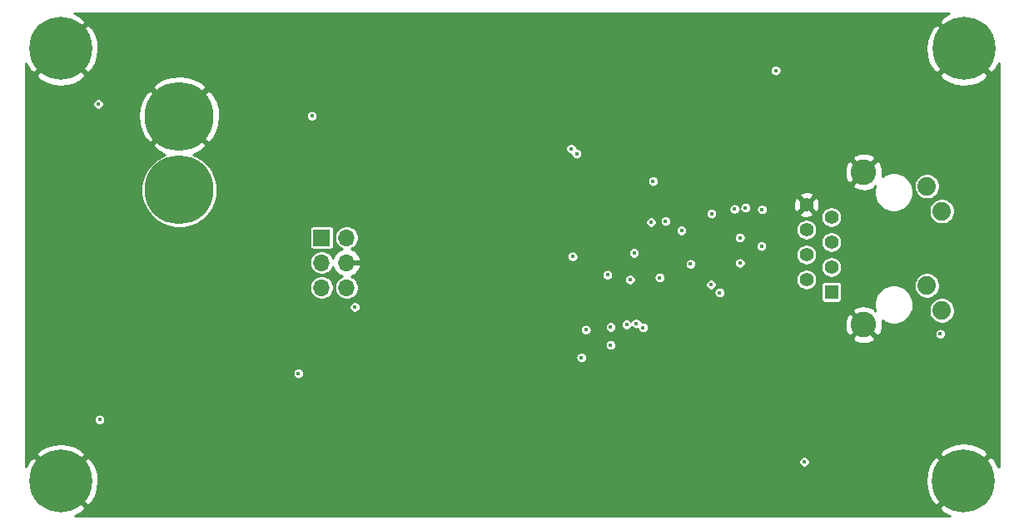
<source format=gbr>
%TF.GenerationSoftware,KiCad,Pcbnew,(5.1.7)-1*%
%TF.CreationDate,2021-09-05T16:50:27-04:00*%
%TF.ProjectId,future-controller,66757475-7265-42d6-936f-6e74726f6c6c,A*%
%TF.SameCoordinates,Original*%
%TF.FileFunction,Copper,L2,Inr*%
%TF.FilePolarity,Positive*%
%FSLAX46Y46*%
G04 Gerber Fmt 4.6, Leading zero omitted, Abs format (unit mm)*
G04 Created by KiCad (PCBNEW (5.1.7)-1) date 2021-09-05 16:50:27*
%MOMM*%
%LPD*%
G01*
G04 APERTURE LIST*
%TA.AperFunction,ComponentPad*%
%ADD10R,1.400000X1.400000*%
%TD*%
%TA.AperFunction,ComponentPad*%
%ADD11C,1.400000*%
%TD*%
%TA.AperFunction,ComponentPad*%
%ADD12C,1.890000*%
%TD*%
%TA.AperFunction,ComponentPad*%
%ADD13C,2.600000*%
%TD*%
%TA.AperFunction,ComponentPad*%
%ADD14C,6.400000*%
%TD*%
%TA.AperFunction,ComponentPad*%
%ADD15C,7.000000*%
%TD*%
%TA.AperFunction,ComponentPad*%
%ADD16O,1.700000X1.700000*%
%TD*%
%TA.AperFunction,ComponentPad*%
%ADD17R,1.700000X1.700000*%
%TD*%
%TA.AperFunction,ViaPad*%
%ADD18C,0.400000*%
%TD*%
%TA.AperFunction,Conductor*%
%ADD19C,0.254000*%
%TD*%
%TA.AperFunction,Conductor*%
%ADD20C,0.100000*%
%TD*%
G04 APERTURE END LIST*
D10*
%TO.N,/TX_P*%
%TO.C,J2*%
X178485800Y-103301800D03*
D11*
%TO.N,/TX_N*%
X175945800Y-102031800D03*
%TO.N,/RX_P*%
X178485800Y-100761800D03*
%TO.N,/VDDA*%
X175945800Y-99491800D03*
X178485800Y-98221800D03*
%TO.N,/RX_N*%
X175945800Y-96951800D03*
%TO.N,N/C*%
X178485800Y-95681800D03*
%TO.N,GND*%
X175945800Y-94411800D03*
D12*
%TO.N,/LED2*%
X188205800Y-92531800D03*
%TO.N,Net-(J2-PadL2)*%
X189725800Y-95071800D03*
%TO.N,Net-(J2-PadL3)*%
X188205800Y-102641800D03*
%TO.N,/LED1*%
X189725800Y-105181800D03*
D13*
%TO.N,GND*%
X181775800Y-106631800D03*
X181775800Y-91081800D03*
%TD*%
D14*
%TO.N,GND*%
%TO.C,MH4*%
X191947800Y-78536800D03*
%TD*%
%TO.N,GND*%
%TO.C,MH3*%
X100101400Y-122555000D03*
%TD*%
%TO.N,GND*%
%TO.C,MH2*%
X100101400Y-78536800D03*
%TD*%
%TO.N,GND*%
%TO.C,MH1*%
X191922400Y-122529600D03*
%TD*%
D15*
%TO.N,+12V*%
%TO.C,J1*%
X112166400Y-92913200D03*
%TO.N,GND*%
X112166400Y-85433200D03*
%TD*%
D16*
%TO.N,SWO*%
%TO.C,J3*%
X129184400Y-102844600D03*
%TO.N,+3V3*%
X126644400Y-102844600D03*
%TO.N,GND*%
X129184400Y-100304600D03*
%TO.N,NRST*%
X126644400Y-100304600D03*
%TO.N,SWCLK*%
X129184400Y-97764600D03*
D17*
%TO.N,SWDIO*%
X126644400Y-97764600D03*
%TD*%
D18*
%TO.N,GND*%
X116789200Y-109347000D03*
X116814600Y-108331000D03*
X116738400Y-107188000D03*
X116713000Y-106349800D03*
X136626600Y-90576400D03*
X152400000Y-105054400D03*
X160680400Y-98323400D03*
X161950400Y-98374200D03*
X160782000Y-99644200D03*
X162001200Y-99720400D03*
X158877000Y-95986600D03*
X157556200Y-95961200D03*
X162356800Y-92989400D03*
X163982400Y-93065600D03*
X165227000Y-91897200D03*
X170713400Y-95732600D03*
X171297600Y-91440000D03*
X172872400Y-94462600D03*
X172288200Y-98221800D03*
X172339000Y-100787200D03*
X172948600Y-104292400D03*
X170256200Y-103251000D03*
X166674800Y-105994200D03*
X170230800Y-98704400D03*
X157327600Y-103987600D03*
X161112200Y-89128600D03*
X159537400Y-89154000D03*
X157759400Y-89433400D03*
X155168600Y-93370400D03*
X151942800Y-91617800D03*
X145313400Y-89763600D03*
X140690600Y-87452200D03*
X139039600Y-87452200D03*
X132486400Y-98272600D03*
X132461000Y-93395800D03*
X134797800Y-89763600D03*
X132969000Y-91338400D03*
X131114800Y-104927400D03*
X133781800Y-108610400D03*
X133985000Y-105537000D03*
X134035800Y-102285800D03*
X141554200Y-105664000D03*
X147447000Y-108534200D03*
X145262600Y-112395000D03*
X144424400Y-113690400D03*
X150164800Y-109550200D03*
X185801000Y-109372400D03*
X187579000Y-88214200D03*
X144145000Y-78587600D03*
X114681000Y-100914200D03*
X114681000Y-114782600D03*
X115698800Y-109323400D03*
X115722400Y-107797600D03*
X115686100Y-106284500D03*
X110413800Y-107797600D03*
X109143800Y-107797600D03*
X143408400Y-108966000D03*
X140589000Y-111683800D03*
X138912600Y-111607600D03*
X145499600Y-119701800D03*
%TO.N,+3V3*%
X153060400Y-109982000D03*
X153517600Y-107137200D03*
X130022600Y-104825800D03*
X155702000Y-101549200D03*
X158419800Y-99326800D03*
X103936800Y-84175600D03*
X104063800Y-116281200D03*
X175717200Y-120573800D03*
X172821600Y-80772000D03*
X125653800Y-85394800D03*
X124282200Y-111582200D03*
%TO.N,Net-(C17-Pad1)*%
X160147000Y-96189800D03*
X160350200Y-92024200D03*
%TO.N,TXD0*%
X152577800Y-89230810D03*
X158623000Y-106502200D03*
%TO.N,TXD1*%
X152019000Y-88722200D03*
X159334200Y-106909210D03*
%TO.N,TXEN*%
X152170800Y-99695000D03*
X157657800Y-106603800D03*
%TO.N,Net-(R24-Pad1)*%
X161010600Y-101828600D03*
X158013400Y-102031800D03*
%TO.N,MDC*%
X156032200Y-108686600D03*
X156032200Y-106857800D03*
%TO.N,/VDDA*%
X169189400Y-97764600D03*
X169189400Y-100355400D03*
X166293800Y-95326200D03*
X166243000Y-102539800D03*
X171373800Y-98628200D03*
X164160200Y-100457000D03*
X169748200Y-94716600D03*
X163238702Y-97046300D03*
X168630600Y-94869000D03*
X167106600Y-103352600D03*
X171424600Y-94894400D03*
%TO.N,/LED1*%
X161620200Y-96088200D03*
X189560200Y-107569000D03*
%TD*%
D19*
%TO.N,GND*%
X190471562Y-74979998D02*
X189827130Y-75319245D01*
X189786712Y-75346252D01*
X189426524Y-75835919D01*
X191947800Y-78357195D01*
X191961943Y-78343053D01*
X192141548Y-78522658D01*
X192127405Y-78536800D01*
X194648681Y-81058076D01*
X195138348Y-80697888D01*
X195498649Y-80033918D01*
X195504524Y-80014982D01*
X195504523Y-121120131D01*
X195491852Y-121077392D01*
X195139955Y-120408930D01*
X195112948Y-120368512D01*
X194623281Y-120008324D01*
X192102005Y-122529600D01*
X192116148Y-122543743D01*
X191936543Y-122723348D01*
X191922400Y-122709205D01*
X189401124Y-125230481D01*
X189761312Y-125720148D01*
X190425282Y-126080449D01*
X190525301Y-126111480D01*
X101578399Y-126111401D01*
X102222070Y-125772555D01*
X102262488Y-125745548D01*
X102622676Y-125255881D01*
X100101400Y-122734605D01*
X100087258Y-122748748D01*
X99907653Y-122569143D01*
X99921795Y-122555000D01*
X100281005Y-122555000D01*
X102802281Y-125076276D01*
X103291948Y-124716088D01*
X103652249Y-124052118D01*
X103876094Y-123330615D01*
X103954880Y-122579305D01*
X103948062Y-122505295D01*
X188068920Y-122505295D01*
X188138222Y-123257538D01*
X188352948Y-123981808D01*
X188704845Y-124650270D01*
X188731852Y-124690688D01*
X189221519Y-125050876D01*
X191742795Y-122529600D01*
X189221519Y-120008324D01*
X188731852Y-120368512D01*
X188371551Y-121032482D01*
X188147706Y-121753985D01*
X188068920Y-122505295D01*
X103948062Y-122505295D01*
X103885578Y-121827062D01*
X103670852Y-121102792D01*
X103362253Y-120516577D01*
X175136200Y-120516577D01*
X175136200Y-120631023D01*
X175158528Y-120743271D01*
X175202325Y-120849007D01*
X175265908Y-120944166D01*
X175346834Y-121025092D01*
X175441993Y-121088675D01*
X175547729Y-121132472D01*
X175659977Y-121154800D01*
X175774423Y-121154800D01*
X175886671Y-121132472D01*
X175992407Y-121088675D01*
X176087566Y-121025092D01*
X176168492Y-120944166D01*
X176232075Y-120849007D01*
X176275872Y-120743271D01*
X176298200Y-120631023D01*
X176298200Y-120516577D01*
X176275872Y-120404329D01*
X176232075Y-120298593D01*
X176168492Y-120203434D01*
X176087566Y-120122508D01*
X175992407Y-120058925D01*
X175886671Y-120015128D01*
X175774423Y-119992800D01*
X175659977Y-119992800D01*
X175547729Y-120015128D01*
X175441993Y-120058925D01*
X175346834Y-120122508D01*
X175265908Y-120203434D01*
X175202325Y-120298593D01*
X175158528Y-120404329D01*
X175136200Y-120516577D01*
X103362253Y-120516577D01*
X103318955Y-120434330D01*
X103291948Y-120393912D01*
X102802281Y-120033724D01*
X100281005Y-122555000D01*
X99921795Y-122555000D01*
X97400519Y-120033724D01*
X96910852Y-120393912D01*
X96550551Y-121057882D01*
X96545000Y-121075774D01*
X96545000Y-119854119D01*
X97580124Y-119854119D01*
X100101400Y-122375395D01*
X102622676Y-119854119D01*
X102603993Y-119828719D01*
X189401124Y-119828719D01*
X191922400Y-122349995D01*
X194443676Y-119828719D01*
X194083488Y-119339052D01*
X193419518Y-118978751D01*
X192698015Y-118754906D01*
X191946705Y-118676120D01*
X191194462Y-118745422D01*
X190470192Y-118960148D01*
X189801730Y-119312045D01*
X189761312Y-119339052D01*
X189401124Y-119828719D01*
X102603993Y-119828719D01*
X102262488Y-119364452D01*
X101598518Y-119004151D01*
X100877015Y-118780306D01*
X100125705Y-118701520D01*
X99373462Y-118770822D01*
X98649192Y-118985548D01*
X97980730Y-119337445D01*
X97940312Y-119364452D01*
X97580124Y-119854119D01*
X96545000Y-119854119D01*
X96545000Y-116223977D01*
X103482800Y-116223977D01*
X103482800Y-116338423D01*
X103505128Y-116450671D01*
X103548925Y-116556407D01*
X103612508Y-116651566D01*
X103693434Y-116732492D01*
X103788593Y-116796075D01*
X103894329Y-116839872D01*
X104006577Y-116862200D01*
X104121023Y-116862200D01*
X104233271Y-116839872D01*
X104339007Y-116796075D01*
X104434166Y-116732492D01*
X104515092Y-116651566D01*
X104578675Y-116556407D01*
X104622472Y-116450671D01*
X104644800Y-116338423D01*
X104644800Y-116223977D01*
X104622472Y-116111729D01*
X104578675Y-116005993D01*
X104515092Y-115910834D01*
X104434166Y-115829908D01*
X104339007Y-115766325D01*
X104233271Y-115722528D01*
X104121023Y-115700200D01*
X104006577Y-115700200D01*
X103894329Y-115722528D01*
X103788593Y-115766325D01*
X103693434Y-115829908D01*
X103612508Y-115910834D01*
X103548925Y-116005993D01*
X103505128Y-116111729D01*
X103482800Y-116223977D01*
X96545000Y-116223977D01*
X96545000Y-111524977D01*
X123701200Y-111524977D01*
X123701200Y-111639423D01*
X123723528Y-111751671D01*
X123767325Y-111857407D01*
X123830908Y-111952566D01*
X123911834Y-112033492D01*
X124006993Y-112097075D01*
X124112729Y-112140872D01*
X124224977Y-112163200D01*
X124339423Y-112163200D01*
X124451671Y-112140872D01*
X124557407Y-112097075D01*
X124652566Y-112033492D01*
X124733492Y-111952566D01*
X124797075Y-111857407D01*
X124840872Y-111751671D01*
X124863200Y-111639423D01*
X124863200Y-111524977D01*
X124840872Y-111412729D01*
X124797075Y-111306993D01*
X124733492Y-111211834D01*
X124652566Y-111130908D01*
X124557407Y-111067325D01*
X124451671Y-111023528D01*
X124339423Y-111001200D01*
X124224977Y-111001200D01*
X124112729Y-111023528D01*
X124006993Y-111067325D01*
X123911834Y-111130908D01*
X123830908Y-111211834D01*
X123767325Y-111306993D01*
X123723528Y-111412729D01*
X123701200Y-111524977D01*
X96545000Y-111524977D01*
X96545000Y-109924777D01*
X152479400Y-109924777D01*
X152479400Y-110039223D01*
X152501728Y-110151471D01*
X152545525Y-110257207D01*
X152609108Y-110352366D01*
X152690034Y-110433292D01*
X152785193Y-110496875D01*
X152890929Y-110540672D01*
X153003177Y-110563000D01*
X153117623Y-110563000D01*
X153229871Y-110540672D01*
X153335607Y-110496875D01*
X153430766Y-110433292D01*
X153511692Y-110352366D01*
X153575275Y-110257207D01*
X153619072Y-110151471D01*
X153641400Y-110039223D01*
X153641400Y-109924777D01*
X153619072Y-109812529D01*
X153575275Y-109706793D01*
X153511692Y-109611634D01*
X153430766Y-109530708D01*
X153335607Y-109467125D01*
X153229871Y-109423328D01*
X153117623Y-109401000D01*
X153003177Y-109401000D01*
X152890929Y-109423328D01*
X152785193Y-109467125D01*
X152690034Y-109530708D01*
X152609108Y-109611634D01*
X152545525Y-109706793D01*
X152501728Y-109812529D01*
X152479400Y-109924777D01*
X96545000Y-109924777D01*
X96545000Y-108629377D01*
X155451200Y-108629377D01*
X155451200Y-108743823D01*
X155473528Y-108856071D01*
X155517325Y-108961807D01*
X155580908Y-109056966D01*
X155661834Y-109137892D01*
X155756993Y-109201475D01*
X155862729Y-109245272D01*
X155974977Y-109267600D01*
X156089423Y-109267600D01*
X156201671Y-109245272D01*
X156307407Y-109201475D01*
X156402566Y-109137892D01*
X156483492Y-109056966D01*
X156547075Y-108961807D01*
X156590872Y-108856071D01*
X156613200Y-108743823D01*
X156613200Y-108629377D01*
X156590872Y-108517129D01*
X156547075Y-108411393D01*
X156483492Y-108316234D01*
X156402566Y-108235308D01*
X156307407Y-108171725D01*
X156201671Y-108127928D01*
X156089423Y-108105600D01*
X155974977Y-108105600D01*
X155862729Y-108127928D01*
X155756993Y-108171725D01*
X155661834Y-108235308D01*
X155580908Y-108316234D01*
X155517325Y-108411393D01*
X155473528Y-108517129D01*
X155451200Y-108629377D01*
X96545000Y-108629377D01*
X96545000Y-107981024D01*
X180606181Y-107981024D01*
X180738117Y-108276112D01*
X181078845Y-108446959D01*
X181446357Y-108548050D01*
X181826529Y-108575501D01*
X182204751Y-108528257D01*
X182566490Y-108408133D01*
X182813483Y-108276112D01*
X182945419Y-107981024D01*
X181775800Y-106811405D01*
X180606181Y-107981024D01*
X96545000Y-107981024D01*
X96545000Y-107079977D01*
X152936600Y-107079977D01*
X152936600Y-107194423D01*
X152958928Y-107306671D01*
X153002725Y-107412407D01*
X153066308Y-107507566D01*
X153147234Y-107588492D01*
X153242393Y-107652075D01*
X153348129Y-107695872D01*
X153460377Y-107718200D01*
X153574823Y-107718200D01*
X153687071Y-107695872D01*
X153792807Y-107652075D01*
X153887966Y-107588492D01*
X153968892Y-107507566D01*
X154032475Y-107412407D01*
X154076272Y-107306671D01*
X154098600Y-107194423D01*
X154098600Y-107079977D01*
X154076272Y-106967729D01*
X154032475Y-106861993D01*
X153991439Y-106800577D01*
X155451200Y-106800577D01*
X155451200Y-106915023D01*
X155473528Y-107027271D01*
X155517325Y-107133007D01*
X155580908Y-107228166D01*
X155661834Y-107309092D01*
X155756993Y-107372675D01*
X155862729Y-107416472D01*
X155974977Y-107438800D01*
X156089423Y-107438800D01*
X156201671Y-107416472D01*
X156307407Y-107372675D01*
X156402566Y-107309092D01*
X156483492Y-107228166D01*
X156547075Y-107133007D01*
X156590872Y-107027271D01*
X156613200Y-106915023D01*
X156613200Y-106800577D01*
X156590872Y-106688329D01*
X156547075Y-106582593D01*
X156523010Y-106546577D01*
X157076800Y-106546577D01*
X157076800Y-106661023D01*
X157099128Y-106773271D01*
X157142925Y-106879007D01*
X157206508Y-106974166D01*
X157287434Y-107055092D01*
X157382593Y-107118675D01*
X157488329Y-107162472D01*
X157600577Y-107184800D01*
X157715023Y-107184800D01*
X157827271Y-107162472D01*
X157933007Y-107118675D01*
X158028166Y-107055092D01*
X158109092Y-106974166D01*
X158172675Y-106879007D01*
X158174278Y-106875136D01*
X158252634Y-106953492D01*
X158347793Y-107017075D01*
X158453529Y-107060872D01*
X158565777Y-107083200D01*
X158680223Y-107083200D01*
X158772765Y-107064792D01*
X158775528Y-107078681D01*
X158819325Y-107184417D01*
X158882908Y-107279576D01*
X158963834Y-107360502D01*
X159058993Y-107424085D01*
X159164729Y-107467882D01*
X159276977Y-107490210D01*
X159391423Y-107490210D01*
X159503671Y-107467882D01*
X159609407Y-107424085D01*
X159704566Y-107360502D01*
X159785492Y-107279576D01*
X159849075Y-107184417D01*
X159892872Y-107078681D01*
X159915200Y-106966433D01*
X159915200Y-106851987D01*
X159892872Y-106739739D01*
X159869175Y-106682529D01*
X179832099Y-106682529D01*
X179879343Y-107060751D01*
X179999467Y-107422490D01*
X180131488Y-107669483D01*
X180426576Y-107801419D01*
X181596195Y-106631800D01*
X180426576Y-105462181D01*
X180131488Y-105594117D01*
X179960641Y-105934845D01*
X179859550Y-106302357D01*
X179832099Y-106682529D01*
X159869175Y-106682529D01*
X159849075Y-106634003D01*
X159785492Y-106538844D01*
X159704566Y-106457918D01*
X159609407Y-106394335D01*
X159503671Y-106350538D01*
X159391423Y-106328210D01*
X159276977Y-106328210D01*
X159184435Y-106346618D01*
X159181672Y-106332729D01*
X159137875Y-106226993D01*
X159074292Y-106131834D01*
X158993366Y-106050908D01*
X158898207Y-105987325D01*
X158792471Y-105943528D01*
X158680223Y-105921200D01*
X158565777Y-105921200D01*
X158453529Y-105943528D01*
X158347793Y-105987325D01*
X158252634Y-106050908D01*
X158171708Y-106131834D01*
X158108125Y-106226993D01*
X158106522Y-106230864D01*
X158028166Y-106152508D01*
X157933007Y-106088925D01*
X157827271Y-106045128D01*
X157715023Y-106022800D01*
X157600577Y-106022800D01*
X157488329Y-106045128D01*
X157382593Y-106088925D01*
X157287434Y-106152508D01*
X157206508Y-106233434D01*
X157142925Y-106328593D01*
X157099128Y-106434329D01*
X157076800Y-106546577D01*
X156523010Y-106546577D01*
X156483492Y-106487434D01*
X156402566Y-106406508D01*
X156307407Y-106342925D01*
X156201671Y-106299128D01*
X156089423Y-106276800D01*
X155974977Y-106276800D01*
X155862729Y-106299128D01*
X155756993Y-106342925D01*
X155661834Y-106406508D01*
X155580908Y-106487434D01*
X155517325Y-106582593D01*
X155473528Y-106688329D01*
X155451200Y-106800577D01*
X153991439Y-106800577D01*
X153968892Y-106766834D01*
X153887966Y-106685908D01*
X153792807Y-106622325D01*
X153687071Y-106578528D01*
X153574823Y-106556200D01*
X153460377Y-106556200D01*
X153348129Y-106578528D01*
X153242393Y-106622325D01*
X153147234Y-106685908D01*
X153066308Y-106766834D01*
X153002725Y-106861993D01*
X152958928Y-106967729D01*
X152936600Y-107079977D01*
X96545000Y-107079977D01*
X96545000Y-104768577D01*
X129441600Y-104768577D01*
X129441600Y-104883023D01*
X129463928Y-104995271D01*
X129507725Y-105101007D01*
X129571308Y-105196166D01*
X129652234Y-105277092D01*
X129747393Y-105340675D01*
X129853129Y-105384472D01*
X129965377Y-105406800D01*
X130079823Y-105406800D01*
X130192071Y-105384472D01*
X130297807Y-105340675D01*
X130384758Y-105282576D01*
X180606181Y-105282576D01*
X181775800Y-106452195D01*
X181789943Y-106438053D01*
X181969548Y-106617658D01*
X181955405Y-106631800D01*
X183125024Y-107801419D01*
X183420112Y-107669483D01*
X183499188Y-107511777D01*
X188979200Y-107511777D01*
X188979200Y-107626223D01*
X189001528Y-107738471D01*
X189045325Y-107844207D01*
X189108908Y-107939366D01*
X189189834Y-108020292D01*
X189284993Y-108083875D01*
X189390729Y-108127672D01*
X189502977Y-108150000D01*
X189617423Y-108150000D01*
X189729671Y-108127672D01*
X189835407Y-108083875D01*
X189930566Y-108020292D01*
X190011492Y-107939366D01*
X190075075Y-107844207D01*
X190118872Y-107738471D01*
X190141200Y-107626223D01*
X190141200Y-107511777D01*
X190118872Y-107399529D01*
X190075075Y-107293793D01*
X190011492Y-107198634D01*
X189930566Y-107117708D01*
X189835407Y-107054125D01*
X189729671Y-107010328D01*
X189617423Y-106988000D01*
X189502977Y-106988000D01*
X189390729Y-107010328D01*
X189284993Y-107054125D01*
X189189834Y-107117708D01*
X189108908Y-107198634D01*
X189045325Y-107293793D01*
X189001528Y-107399529D01*
X188979200Y-107511777D01*
X183499188Y-107511777D01*
X183590959Y-107328755D01*
X183692050Y-106961243D01*
X183719501Y-106581071D01*
X183673725Y-106214604D01*
X183875603Y-106349494D01*
X184240671Y-106500710D01*
X184628226Y-106577800D01*
X185023374Y-106577800D01*
X185410929Y-106500710D01*
X185775997Y-106349494D01*
X186104550Y-106129962D01*
X186383962Y-105850550D01*
X186603494Y-105521997D01*
X186754710Y-105156929D01*
X186775740Y-105051200D01*
X188399800Y-105051200D01*
X188399800Y-105312400D01*
X188450757Y-105568580D01*
X188550714Y-105809897D01*
X188695829Y-106027076D01*
X188880524Y-106211771D01*
X189097703Y-106356886D01*
X189339020Y-106456843D01*
X189595200Y-106507800D01*
X189856400Y-106507800D01*
X190112580Y-106456843D01*
X190353897Y-106356886D01*
X190571076Y-106211771D01*
X190755771Y-106027076D01*
X190900886Y-105809897D01*
X191000843Y-105568580D01*
X191051800Y-105312400D01*
X191051800Y-105051200D01*
X191000843Y-104795020D01*
X190900886Y-104553703D01*
X190755771Y-104336524D01*
X190571076Y-104151829D01*
X190353897Y-104006714D01*
X190112580Y-103906757D01*
X189856400Y-103855800D01*
X189595200Y-103855800D01*
X189339020Y-103906757D01*
X189097703Y-104006714D01*
X188880524Y-104151829D01*
X188695829Y-104336524D01*
X188550714Y-104553703D01*
X188450757Y-104795020D01*
X188399800Y-105051200D01*
X186775740Y-105051200D01*
X186831800Y-104769374D01*
X186831800Y-104374226D01*
X186754710Y-103986671D01*
X186603494Y-103621603D01*
X186383962Y-103293050D01*
X186104550Y-103013638D01*
X185775997Y-102794106D01*
X185410929Y-102642890D01*
X185023374Y-102565800D01*
X184628226Y-102565800D01*
X184240671Y-102642890D01*
X183875603Y-102794106D01*
X183547050Y-103013638D01*
X183267638Y-103293050D01*
X183048106Y-103621603D01*
X182896890Y-103986671D01*
X182819800Y-104374226D01*
X182819800Y-104769374D01*
X182896890Y-105156929D01*
X182947904Y-105280088D01*
X182945418Y-105282574D01*
X182813483Y-104987488D01*
X182472755Y-104816641D01*
X182105243Y-104715550D01*
X181725071Y-104688099D01*
X181346849Y-104735343D01*
X180985110Y-104855467D01*
X180738117Y-104987488D01*
X180606181Y-105282576D01*
X130384758Y-105282576D01*
X130392966Y-105277092D01*
X130473892Y-105196166D01*
X130537475Y-105101007D01*
X130581272Y-104995271D01*
X130603600Y-104883023D01*
X130603600Y-104768577D01*
X130581272Y-104656329D01*
X130537475Y-104550593D01*
X130473892Y-104455434D01*
X130392966Y-104374508D01*
X130297807Y-104310925D01*
X130192071Y-104267128D01*
X130079823Y-104244800D01*
X129965377Y-104244800D01*
X129853129Y-104267128D01*
X129747393Y-104310925D01*
X129652234Y-104374508D01*
X129571308Y-104455434D01*
X129507725Y-104550593D01*
X129463928Y-104656329D01*
X129441600Y-104768577D01*
X96545000Y-104768577D01*
X96545000Y-102723357D01*
X125413400Y-102723357D01*
X125413400Y-102965843D01*
X125460707Y-103203669D01*
X125553502Y-103427697D01*
X125688220Y-103629317D01*
X125859683Y-103800780D01*
X126061303Y-103935498D01*
X126285331Y-104028293D01*
X126523157Y-104075600D01*
X126765643Y-104075600D01*
X127003469Y-104028293D01*
X127227497Y-103935498D01*
X127429117Y-103800780D01*
X127600580Y-103629317D01*
X127735298Y-103427697D01*
X127828093Y-103203669D01*
X127875400Y-102965843D01*
X127875400Y-102723357D01*
X127828093Y-102485531D01*
X127735298Y-102261503D01*
X127600580Y-102059883D01*
X127429117Y-101888420D01*
X127227497Y-101753702D01*
X127003469Y-101660907D01*
X126765643Y-101613600D01*
X126523157Y-101613600D01*
X126285331Y-101660907D01*
X126061303Y-101753702D01*
X125859683Y-101888420D01*
X125688220Y-102059883D01*
X125553502Y-102261503D01*
X125460707Y-102485531D01*
X125413400Y-102723357D01*
X96545000Y-102723357D01*
X96545000Y-100183357D01*
X125413400Y-100183357D01*
X125413400Y-100425843D01*
X125460707Y-100663669D01*
X125553502Y-100887697D01*
X125688220Y-101089317D01*
X125859683Y-101260780D01*
X126061303Y-101395498D01*
X126285331Y-101488293D01*
X126523157Y-101535600D01*
X126765643Y-101535600D01*
X127003469Y-101488293D01*
X127227497Y-101395498D01*
X127429117Y-101260780D01*
X127600580Y-101089317D01*
X127735298Y-100887697D01*
X127779309Y-100781446D01*
X127787575Y-100808699D01*
X127912759Y-101071520D01*
X128086812Y-101304869D01*
X128303045Y-101499778D01*
X128553148Y-101648757D01*
X128715568Y-101706372D01*
X128601303Y-101753702D01*
X128399683Y-101888420D01*
X128228220Y-102059883D01*
X128093502Y-102261503D01*
X128000707Y-102485531D01*
X127953400Y-102723357D01*
X127953400Y-102965843D01*
X128000707Y-103203669D01*
X128093502Y-103427697D01*
X128228220Y-103629317D01*
X128399683Y-103800780D01*
X128601303Y-103935498D01*
X128825331Y-104028293D01*
X129063157Y-104075600D01*
X129305643Y-104075600D01*
X129543469Y-104028293D01*
X129767497Y-103935498D01*
X129969117Y-103800780D01*
X130140580Y-103629317D01*
X130275298Y-103427697D01*
X130330106Y-103295377D01*
X166525600Y-103295377D01*
X166525600Y-103409823D01*
X166547928Y-103522071D01*
X166591725Y-103627807D01*
X166655308Y-103722966D01*
X166736234Y-103803892D01*
X166831393Y-103867475D01*
X166937129Y-103911272D01*
X167049377Y-103933600D01*
X167163823Y-103933600D01*
X167276071Y-103911272D01*
X167381807Y-103867475D01*
X167476966Y-103803892D01*
X167557892Y-103722966D01*
X167621475Y-103627807D01*
X167665272Y-103522071D01*
X167687600Y-103409823D01*
X167687600Y-103295377D01*
X167665272Y-103183129D01*
X167621475Y-103077393D01*
X167557892Y-102982234D01*
X167476966Y-102901308D01*
X167381807Y-102837725D01*
X167276071Y-102793928D01*
X167163823Y-102771600D01*
X167049377Y-102771600D01*
X166937129Y-102793928D01*
X166831393Y-102837725D01*
X166736234Y-102901308D01*
X166655308Y-102982234D01*
X166591725Y-103077393D01*
X166547928Y-103183129D01*
X166525600Y-103295377D01*
X130330106Y-103295377D01*
X130368093Y-103203669D01*
X130415400Y-102965843D01*
X130415400Y-102723357D01*
X130368093Y-102485531D01*
X130275298Y-102261503D01*
X130140580Y-102059883D01*
X129969117Y-101888420D01*
X129767497Y-101753702D01*
X129653232Y-101706372D01*
X129815652Y-101648757D01*
X130065755Y-101499778D01*
X130074409Y-101491977D01*
X155121000Y-101491977D01*
X155121000Y-101606423D01*
X155143328Y-101718671D01*
X155187125Y-101824407D01*
X155250708Y-101919566D01*
X155331634Y-102000492D01*
X155426793Y-102064075D01*
X155532529Y-102107872D01*
X155644777Y-102130200D01*
X155759223Y-102130200D01*
X155871471Y-102107872D01*
X155977207Y-102064075D01*
X156072366Y-102000492D01*
X156098281Y-101974577D01*
X157432400Y-101974577D01*
X157432400Y-102089023D01*
X157454728Y-102201271D01*
X157498525Y-102307007D01*
X157562108Y-102402166D01*
X157643034Y-102483092D01*
X157738193Y-102546675D01*
X157843929Y-102590472D01*
X157956177Y-102612800D01*
X158070623Y-102612800D01*
X158182871Y-102590472D01*
X158288607Y-102546675D01*
X158383766Y-102483092D01*
X158384281Y-102482577D01*
X165662000Y-102482577D01*
X165662000Y-102597023D01*
X165684328Y-102709271D01*
X165728125Y-102815007D01*
X165791708Y-102910166D01*
X165872634Y-102991092D01*
X165967793Y-103054675D01*
X166073529Y-103098472D01*
X166185777Y-103120800D01*
X166300223Y-103120800D01*
X166412471Y-103098472D01*
X166518207Y-103054675D01*
X166613366Y-102991092D01*
X166694292Y-102910166D01*
X166757875Y-102815007D01*
X166801672Y-102709271D01*
X166824000Y-102597023D01*
X166824000Y-102482577D01*
X166801672Y-102370329D01*
X166757875Y-102264593D01*
X166694292Y-102169434D01*
X166613366Y-102088508D01*
X166518207Y-102024925D01*
X166412471Y-101981128D01*
X166300223Y-101958800D01*
X166185777Y-101958800D01*
X166073529Y-101981128D01*
X165967793Y-102024925D01*
X165872634Y-102088508D01*
X165791708Y-102169434D01*
X165728125Y-102264593D01*
X165684328Y-102370329D01*
X165662000Y-102482577D01*
X158384281Y-102482577D01*
X158464692Y-102402166D01*
X158528275Y-102307007D01*
X158572072Y-102201271D01*
X158594400Y-102089023D01*
X158594400Y-101974577D01*
X158572072Y-101862329D01*
X158534399Y-101771377D01*
X160429600Y-101771377D01*
X160429600Y-101885823D01*
X160451928Y-101998071D01*
X160495725Y-102103807D01*
X160559308Y-102198966D01*
X160640234Y-102279892D01*
X160735393Y-102343475D01*
X160841129Y-102387272D01*
X160953377Y-102409600D01*
X161067823Y-102409600D01*
X161180071Y-102387272D01*
X161285807Y-102343475D01*
X161380966Y-102279892D01*
X161461892Y-102198966D01*
X161525475Y-102103807D01*
X161569272Y-101998071D01*
X161583741Y-101925331D01*
X174864800Y-101925331D01*
X174864800Y-102138269D01*
X174906343Y-102347116D01*
X174987831Y-102543845D01*
X175106133Y-102720897D01*
X175256703Y-102871467D01*
X175433755Y-102989769D01*
X175630484Y-103071257D01*
X175839331Y-103112800D01*
X176052269Y-103112800D01*
X176261116Y-103071257D01*
X176457845Y-102989769D01*
X176634897Y-102871467D01*
X176785467Y-102720897D01*
X176865044Y-102601800D01*
X177402957Y-102601800D01*
X177402957Y-104001800D01*
X177410313Y-104076489D01*
X177432099Y-104148308D01*
X177467478Y-104214496D01*
X177515089Y-104272511D01*
X177573104Y-104320122D01*
X177639292Y-104355501D01*
X177711111Y-104377287D01*
X177785800Y-104384643D01*
X179185800Y-104384643D01*
X179260489Y-104377287D01*
X179332308Y-104355501D01*
X179398496Y-104320122D01*
X179456511Y-104272511D01*
X179504122Y-104214496D01*
X179539501Y-104148308D01*
X179561287Y-104076489D01*
X179568643Y-104001800D01*
X179568643Y-102601800D01*
X179561287Y-102527111D01*
X179556461Y-102511200D01*
X186879800Y-102511200D01*
X186879800Y-102772400D01*
X186930757Y-103028580D01*
X187030714Y-103269897D01*
X187175829Y-103487076D01*
X187360524Y-103671771D01*
X187577703Y-103816886D01*
X187819020Y-103916843D01*
X188075200Y-103967800D01*
X188336400Y-103967800D01*
X188592580Y-103916843D01*
X188833897Y-103816886D01*
X189051076Y-103671771D01*
X189235771Y-103487076D01*
X189380886Y-103269897D01*
X189480843Y-103028580D01*
X189531800Y-102772400D01*
X189531800Y-102511200D01*
X189480843Y-102255020D01*
X189380886Y-102013703D01*
X189235771Y-101796524D01*
X189051076Y-101611829D01*
X188833897Y-101466714D01*
X188592580Y-101366757D01*
X188336400Y-101315800D01*
X188075200Y-101315800D01*
X187819020Y-101366757D01*
X187577703Y-101466714D01*
X187360524Y-101611829D01*
X187175829Y-101796524D01*
X187030714Y-102013703D01*
X186930757Y-102255020D01*
X186879800Y-102511200D01*
X179556461Y-102511200D01*
X179539501Y-102455292D01*
X179504122Y-102389104D01*
X179456511Y-102331089D01*
X179398496Y-102283478D01*
X179332308Y-102248099D01*
X179260489Y-102226313D01*
X179185800Y-102218957D01*
X177785800Y-102218957D01*
X177711111Y-102226313D01*
X177639292Y-102248099D01*
X177573104Y-102283478D01*
X177515089Y-102331089D01*
X177467478Y-102389104D01*
X177432099Y-102455292D01*
X177410313Y-102527111D01*
X177402957Y-102601800D01*
X176865044Y-102601800D01*
X176903769Y-102543845D01*
X176985257Y-102347116D01*
X177026800Y-102138269D01*
X177026800Y-101925331D01*
X176985257Y-101716484D01*
X176903769Y-101519755D01*
X176785467Y-101342703D01*
X176634897Y-101192133D01*
X176457845Y-101073831D01*
X176261116Y-100992343D01*
X176052269Y-100950800D01*
X175839331Y-100950800D01*
X175630484Y-100992343D01*
X175433755Y-101073831D01*
X175256703Y-101192133D01*
X175106133Y-101342703D01*
X174987831Y-101519755D01*
X174906343Y-101716484D01*
X174864800Y-101925331D01*
X161583741Y-101925331D01*
X161591600Y-101885823D01*
X161591600Y-101771377D01*
X161569272Y-101659129D01*
X161525475Y-101553393D01*
X161461892Y-101458234D01*
X161380966Y-101377308D01*
X161285807Y-101313725D01*
X161180071Y-101269928D01*
X161067823Y-101247600D01*
X160953377Y-101247600D01*
X160841129Y-101269928D01*
X160735393Y-101313725D01*
X160640234Y-101377308D01*
X160559308Y-101458234D01*
X160495725Y-101553393D01*
X160451928Y-101659129D01*
X160429600Y-101771377D01*
X158534399Y-101771377D01*
X158528275Y-101756593D01*
X158464692Y-101661434D01*
X158383766Y-101580508D01*
X158288607Y-101516925D01*
X158182871Y-101473128D01*
X158070623Y-101450800D01*
X157956177Y-101450800D01*
X157843929Y-101473128D01*
X157738193Y-101516925D01*
X157643034Y-101580508D01*
X157562108Y-101661434D01*
X157498525Y-101756593D01*
X157454728Y-101862329D01*
X157432400Y-101974577D01*
X156098281Y-101974577D01*
X156153292Y-101919566D01*
X156216875Y-101824407D01*
X156260672Y-101718671D01*
X156283000Y-101606423D01*
X156283000Y-101491977D01*
X156260672Y-101379729D01*
X156216875Y-101273993D01*
X156153292Y-101178834D01*
X156072366Y-101097908D01*
X155977207Y-101034325D01*
X155871471Y-100990528D01*
X155759223Y-100968200D01*
X155644777Y-100968200D01*
X155532529Y-100990528D01*
X155426793Y-101034325D01*
X155331634Y-101097908D01*
X155250708Y-101178834D01*
X155187125Y-101273993D01*
X155143328Y-101379729D01*
X155121000Y-101491977D01*
X130074409Y-101491977D01*
X130281988Y-101304869D01*
X130456041Y-101071520D01*
X130581225Y-100808699D01*
X130625876Y-100661490D01*
X130504555Y-100431600D01*
X129311400Y-100431600D01*
X129311400Y-100451600D01*
X129057400Y-100451600D01*
X129057400Y-100431600D01*
X129037400Y-100431600D01*
X129037400Y-100399777D01*
X163579200Y-100399777D01*
X163579200Y-100514223D01*
X163601528Y-100626471D01*
X163645325Y-100732207D01*
X163708908Y-100827366D01*
X163789834Y-100908292D01*
X163884993Y-100971875D01*
X163990729Y-101015672D01*
X164102977Y-101038000D01*
X164217423Y-101038000D01*
X164329671Y-101015672D01*
X164435407Y-100971875D01*
X164530566Y-100908292D01*
X164611492Y-100827366D01*
X164675075Y-100732207D01*
X164718872Y-100626471D01*
X164741200Y-100514223D01*
X164741200Y-100399777D01*
X164720991Y-100298177D01*
X168608400Y-100298177D01*
X168608400Y-100412623D01*
X168630728Y-100524871D01*
X168674525Y-100630607D01*
X168738108Y-100725766D01*
X168819034Y-100806692D01*
X168914193Y-100870275D01*
X169019929Y-100914072D01*
X169132177Y-100936400D01*
X169246623Y-100936400D01*
X169358871Y-100914072D01*
X169464607Y-100870275D01*
X169559766Y-100806692D01*
X169640692Y-100725766D01*
X169687755Y-100655331D01*
X177404800Y-100655331D01*
X177404800Y-100868269D01*
X177446343Y-101077116D01*
X177527831Y-101273845D01*
X177646133Y-101450897D01*
X177796703Y-101601467D01*
X177973755Y-101719769D01*
X178170484Y-101801257D01*
X178379331Y-101842800D01*
X178592269Y-101842800D01*
X178801116Y-101801257D01*
X178997845Y-101719769D01*
X179174897Y-101601467D01*
X179325467Y-101450897D01*
X179443769Y-101273845D01*
X179525257Y-101077116D01*
X179566800Y-100868269D01*
X179566800Y-100655331D01*
X179525257Y-100446484D01*
X179443769Y-100249755D01*
X179325467Y-100072703D01*
X179174897Y-99922133D01*
X178997845Y-99803831D01*
X178801116Y-99722343D01*
X178592269Y-99680800D01*
X178379331Y-99680800D01*
X178170484Y-99722343D01*
X177973755Y-99803831D01*
X177796703Y-99922133D01*
X177646133Y-100072703D01*
X177527831Y-100249755D01*
X177446343Y-100446484D01*
X177404800Y-100655331D01*
X169687755Y-100655331D01*
X169704275Y-100630607D01*
X169748072Y-100524871D01*
X169770400Y-100412623D01*
X169770400Y-100298177D01*
X169748072Y-100185929D01*
X169704275Y-100080193D01*
X169640692Y-99985034D01*
X169559766Y-99904108D01*
X169464607Y-99840525D01*
X169358871Y-99796728D01*
X169246623Y-99774400D01*
X169132177Y-99774400D01*
X169019929Y-99796728D01*
X168914193Y-99840525D01*
X168819034Y-99904108D01*
X168738108Y-99985034D01*
X168674525Y-100080193D01*
X168630728Y-100185929D01*
X168608400Y-100298177D01*
X164720991Y-100298177D01*
X164718872Y-100287529D01*
X164675075Y-100181793D01*
X164611492Y-100086634D01*
X164530566Y-100005708D01*
X164435407Y-99942125D01*
X164329671Y-99898328D01*
X164217423Y-99876000D01*
X164102977Y-99876000D01*
X163990729Y-99898328D01*
X163884993Y-99942125D01*
X163789834Y-100005708D01*
X163708908Y-100086634D01*
X163645325Y-100181793D01*
X163601528Y-100287529D01*
X163579200Y-100399777D01*
X129037400Y-100399777D01*
X129037400Y-100177600D01*
X129057400Y-100177600D01*
X129057400Y-100157600D01*
X129311400Y-100157600D01*
X129311400Y-100177600D01*
X130504555Y-100177600D01*
X130625876Y-99947710D01*
X130581225Y-99800501D01*
X130503719Y-99637777D01*
X151589800Y-99637777D01*
X151589800Y-99752223D01*
X151612128Y-99864471D01*
X151655925Y-99970207D01*
X151719508Y-100065366D01*
X151800434Y-100146292D01*
X151895593Y-100209875D01*
X152001329Y-100253672D01*
X152113577Y-100276000D01*
X152228023Y-100276000D01*
X152340271Y-100253672D01*
X152446007Y-100209875D01*
X152541166Y-100146292D01*
X152622092Y-100065366D01*
X152685675Y-99970207D01*
X152729472Y-99864471D01*
X152751800Y-99752223D01*
X152751800Y-99637777D01*
X152729472Y-99525529D01*
X152685675Y-99419793D01*
X152622092Y-99324634D01*
X152567035Y-99269577D01*
X157838800Y-99269577D01*
X157838800Y-99384023D01*
X157861128Y-99496271D01*
X157904925Y-99602007D01*
X157968508Y-99697166D01*
X158049434Y-99778092D01*
X158144593Y-99841675D01*
X158250329Y-99885472D01*
X158362577Y-99907800D01*
X158477023Y-99907800D01*
X158589271Y-99885472D01*
X158695007Y-99841675D01*
X158790166Y-99778092D01*
X158871092Y-99697166D01*
X158934675Y-99602007D01*
X158978472Y-99496271D01*
X159000539Y-99385331D01*
X174864800Y-99385331D01*
X174864800Y-99598269D01*
X174906343Y-99807116D01*
X174987831Y-100003845D01*
X175106133Y-100180897D01*
X175256703Y-100331467D01*
X175433755Y-100449769D01*
X175630484Y-100531257D01*
X175839331Y-100572800D01*
X176052269Y-100572800D01*
X176261116Y-100531257D01*
X176457845Y-100449769D01*
X176634897Y-100331467D01*
X176785467Y-100180897D01*
X176903769Y-100003845D01*
X176985257Y-99807116D01*
X177026800Y-99598269D01*
X177026800Y-99385331D01*
X176985257Y-99176484D01*
X176903769Y-98979755D01*
X176785467Y-98802703D01*
X176634897Y-98652133D01*
X176457845Y-98533831D01*
X176261116Y-98452343D01*
X176052269Y-98410800D01*
X175839331Y-98410800D01*
X175630484Y-98452343D01*
X175433755Y-98533831D01*
X175256703Y-98652133D01*
X175106133Y-98802703D01*
X174987831Y-98979755D01*
X174906343Y-99176484D01*
X174864800Y-99385331D01*
X159000539Y-99385331D01*
X159000800Y-99384023D01*
X159000800Y-99269577D01*
X158978472Y-99157329D01*
X158934675Y-99051593D01*
X158871092Y-98956434D01*
X158790166Y-98875508D01*
X158695007Y-98811925D01*
X158589271Y-98768128D01*
X158477023Y-98745800D01*
X158362577Y-98745800D01*
X158250329Y-98768128D01*
X158144593Y-98811925D01*
X158049434Y-98875508D01*
X157968508Y-98956434D01*
X157904925Y-99051593D01*
X157861128Y-99157329D01*
X157838800Y-99269577D01*
X152567035Y-99269577D01*
X152541166Y-99243708D01*
X152446007Y-99180125D01*
X152340271Y-99136328D01*
X152228023Y-99114000D01*
X152113577Y-99114000D01*
X152001329Y-99136328D01*
X151895593Y-99180125D01*
X151800434Y-99243708D01*
X151719508Y-99324634D01*
X151655925Y-99419793D01*
X151612128Y-99525529D01*
X151589800Y-99637777D01*
X130503719Y-99637777D01*
X130456041Y-99537680D01*
X130281988Y-99304331D01*
X130065755Y-99109422D01*
X129815652Y-98960443D01*
X129653232Y-98902828D01*
X129767497Y-98855498D01*
X129969117Y-98720780D01*
X130118920Y-98570977D01*
X170792800Y-98570977D01*
X170792800Y-98685423D01*
X170815128Y-98797671D01*
X170858925Y-98903407D01*
X170922508Y-98998566D01*
X171003434Y-99079492D01*
X171098593Y-99143075D01*
X171204329Y-99186872D01*
X171316577Y-99209200D01*
X171431023Y-99209200D01*
X171543271Y-99186872D01*
X171649007Y-99143075D01*
X171744166Y-99079492D01*
X171825092Y-98998566D01*
X171888675Y-98903407D01*
X171932472Y-98797671D01*
X171954800Y-98685423D01*
X171954800Y-98570977D01*
X171932472Y-98458729D01*
X171888675Y-98352993D01*
X171825092Y-98257834D01*
X171744166Y-98176908D01*
X171652010Y-98115331D01*
X177404800Y-98115331D01*
X177404800Y-98328269D01*
X177446343Y-98537116D01*
X177527831Y-98733845D01*
X177646133Y-98910897D01*
X177796703Y-99061467D01*
X177973755Y-99179769D01*
X178170484Y-99261257D01*
X178379331Y-99302800D01*
X178592269Y-99302800D01*
X178801116Y-99261257D01*
X178997845Y-99179769D01*
X179174897Y-99061467D01*
X179325467Y-98910897D01*
X179443769Y-98733845D01*
X179525257Y-98537116D01*
X179566800Y-98328269D01*
X179566800Y-98115331D01*
X179525257Y-97906484D01*
X179443769Y-97709755D01*
X179325467Y-97532703D01*
X179174897Y-97382133D01*
X178997845Y-97263831D01*
X178801116Y-97182343D01*
X178592269Y-97140800D01*
X178379331Y-97140800D01*
X178170484Y-97182343D01*
X177973755Y-97263831D01*
X177796703Y-97382133D01*
X177646133Y-97532703D01*
X177527831Y-97709755D01*
X177446343Y-97906484D01*
X177404800Y-98115331D01*
X171652010Y-98115331D01*
X171649007Y-98113325D01*
X171543271Y-98069528D01*
X171431023Y-98047200D01*
X171316577Y-98047200D01*
X171204329Y-98069528D01*
X171098593Y-98113325D01*
X171003434Y-98176908D01*
X170922508Y-98257834D01*
X170858925Y-98352993D01*
X170815128Y-98458729D01*
X170792800Y-98570977D01*
X130118920Y-98570977D01*
X130140580Y-98549317D01*
X130275298Y-98347697D01*
X130368093Y-98123669D01*
X130415400Y-97885843D01*
X130415400Y-97707377D01*
X168608400Y-97707377D01*
X168608400Y-97821823D01*
X168630728Y-97934071D01*
X168674525Y-98039807D01*
X168738108Y-98134966D01*
X168819034Y-98215892D01*
X168914193Y-98279475D01*
X169019929Y-98323272D01*
X169132177Y-98345600D01*
X169246623Y-98345600D01*
X169358871Y-98323272D01*
X169464607Y-98279475D01*
X169559766Y-98215892D01*
X169640692Y-98134966D01*
X169704275Y-98039807D01*
X169748072Y-97934071D01*
X169770400Y-97821823D01*
X169770400Y-97707377D01*
X169748072Y-97595129D01*
X169704275Y-97489393D01*
X169640692Y-97394234D01*
X169559766Y-97313308D01*
X169464607Y-97249725D01*
X169358871Y-97205928D01*
X169246623Y-97183600D01*
X169132177Y-97183600D01*
X169019929Y-97205928D01*
X168914193Y-97249725D01*
X168819034Y-97313308D01*
X168738108Y-97394234D01*
X168674525Y-97489393D01*
X168630728Y-97595129D01*
X168608400Y-97707377D01*
X130415400Y-97707377D01*
X130415400Y-97643357D01*
X130368093Y-97405531D01*
X130275298Y-97181503D01*
X130146724Y-96989077D01*
X162657702Y-96989077D01*
X162657702Y-97103523D01*
X162680030Y-97215771D01*
X162723827Y-97321507D01*
X162787410Y-97416666D01*
X162868336Y-97497592D01*
X162963495Y-97561175D01*
X163069231Y-97604972D01*
X163181479Y-97627300D01*
X163295925Y-97627300D01*
X163408173Y-97604972D01*
X163513909Y-97561175D01*
X163609068Y-97497592D01*
X163689994Y-97416666D01*
X163753577Y-97321507D01*
X163797374Y-97215771D01*
X163819702Y-97103523D01*
X163819702Y-96989077D01*
X163797374Y-96876829D01*
X163784328Y-96845331D01*
X174864800Y-96845331D01*
X174864800Y-97058269D01*
X174906343Y-97267116D01*
X174987831Y-97463845D01*
X175106133Y-97640897D01*
X175256703Y-97791467D01*
X175433755Y-97909769D01*
X175630484Y-97991257D01*
X175839331Y-98032800D01*
X176052269Y-98032800D01*
X176261116Y-97991257D01*
X176457845Y-97909769D01*
X176634897Y-97791467D01*
X176785467Y-97640897D01*
X176903769Y-97463845D01*
X176985257Y-97267116D01*
X177026800Y-97058269D01*
X177026800Y-96845331D01*
X176985257Y-96636484D01*
X176903769Y-96439755D01*
X176785467Y-96262703D01*
X176634897Y-96112133D01*
X176457845Y-95993831D01*
X176261116Y-95912343D01*
X176052269Y-95870800D01*
X175839331Y-95870800D01*
X175630484Y-95912343D01*
X175433755Y-95993831D01*
X175256703Y-96112133D01*
X175106133Y-96262703D01*
X174987831Y-96439755D01*
X174906343Y-96636484D01*
X174864800Y-96845331D01*
X163784328Y-96845331D01*
X163753577Y-96771093D01*
X163689994Y-96675934D01*
X163609068Y-96595008D01*
X163513909Y-96531425D01*
X163408173Y-96487628D01*
X163295925Y-96465300D01*
X163181479Y-96465300D01*
X163069231Y-96487628D01*
X162963495Y-96531425D01*
X162868336Y-96595008D01*
X162787410Y-96675934D01*
X162723827Y-96771093D01*
X162680030Y-96876829D01*
X162657702Y-96989077D01*
X130146724Y-96989077D01*
X130140580Y-96979883D01*
X129969117Y-96808420D01*
X129767497Y-96673702D01*
X129543469Y-96580907D01*
X129305643Y-96533600D01*
X129063157Y-96533600D01*
X128825331Y-96580907D01*
X128601303Y-96673702D01*
X128399683Y-96808420D01*
X128228220Y-96979883D01*
X128093502Y-97181503D01*
X128000707Y-97405531D01*
X127953400Y-97643357D01*
X127953400Y-97885843D01*
X128000707Y-98123669D01*
X128093502Y-98347697D01*
X128228220Y-98549317D01*
X128399683Y-98720780D01*
X128601303Y-98855498D01*
X128715568Y-98902828D01*
X128553148Y-98960443D01*
X128303045Y-99109422D01*
X128086812Y-99304331D01*
X127912759Y-99537680D01*
X127787575Y-99800501D01*
X127779309Y-99827754D01*
X127735298Y-99721503D01*
X127600580Y-99519883D01*
X127429117Y-99348420D01*
X127227497Y-99213702D01*
X127003469Y-99120907D01*
X126765643Y-99073600D01*
X126523157Y-99073600D01*
X126285331Y-99120907D01*
X126061303Y-99213702D01*
X125859683Y-99348420D01*
X125688220Y-99519883D01*
X125553502Y-99721503D01*
X125460707Y-99945531D01*
X125413400Y-100183357D01*
X96545000Y-100183357D01*
X96545000Y-96914600D01*
X125411557Y-96914600D01*
X125411557Y-98614600D01*
X125418913Y-98689289D01*
X125440699Y-98761108D01*
X125476078Y-98827296D01*
X125523689Y-98885311D01*
X125581704Y-98932922D01*
X125647892Y-98968301D01*
X125719711Y-98990087D01*
X125794400Y-98997443D01*
X127494400Y-98997443D01*
X127569089Y-98990087D01*
X127640908Y-98968301D01*
X127707096Y-98932922D01*
X127765111Y-98885311D01*
X127812722Y-98827296D01*
X127848101Y-98761108D01*
X127869887Y-98689289D01*
X127877243Y-98614600D01*
X127877243Y-96914600D01*
X127869887Y-96839911D01*
X127848101Y-96768092D01*
X127812722Y-96701904D01*
X127765111Y-96643889D01*
X127707096Y-96596278D01*
X127640908Y-96560899D01*
X127569089Y-96539113D01*
X127494400Y-96531757D01*
X125794400Y-96531757D01*
X125719711Y-96539113D01*
X125647892Y-96560899D01*
X125581704Y-96596278D01*
X125523689Y-96643889D01*
X125476078Y-96701904D01*
X125440699Y-96768092D01*
X125418913Y-96839911D01*
X125411557Y-96914600D01*
X96545000Y-96914600D01*
X96545000Y-92530955D01*
X108285400Y-92530955D01*
X108285400Y-93295445D01*
X108434545Y-94045246D01*
X108727103Y-94751543D01*
X109151831Y-95387193D01*
X109692407Y-95927769D01*
X110328057Y-96352497D01*
X111034354Y-96645055D01*
X111784155Y-96794200D01*
X112548645Y-96794200D01*
X113298446Y-96645055D01*
X114004743Y-96352497D01*
X114333876Y-96132577D01*
X159566000Y-96132577D01*
X159566000Y-96247023D01*
X159588328Y-96359271D01*
X159632125Y-96465007D01*
X159695708Y-96560166D01*
X159776634Y-96641092D01*
X159871793Y-96704675D01*
X159977529Y-96748472D01*
X160089777Y-96770800D01*
X160204223Y-96770800D01*
X160316471Y-96748472D01*
X160422207Y-96704675D01*
X160517366Y-96641092D01*
X160598292Y-96560166D01*
X160661875Y-96465007D01*
X160705672Y-96359271D01*
X160728000Y-96247023D01*
X160728000Y-96132577D01*
X160707791Y-96030977D01*
X161039200Y-96030977D01*
X161039200Y-96145423D01*
X161061528Y-96257671D01*
X161105325Y-96363407D01*
X161168908Y-96458566D01*
X161249834Y-96539492D01*
X161344993Y-96603075D01*
X161450729Y-96646872D01*
X161562977Y-96669200D01*
X161677423Y-96669200D01*
X161789671Y-96646872D01*
X161895407Y-96603075D01*
X161990566Y-96539492D01*
X162071492Y-96458566D01*
X162135075Y-96363407D01*
X162178872Y-96257671D01*
X162201200Y-96145423D01*
X162201200Y-96030977D01*
X162178872Y-95918729D01*
X162135075Y-95812993D01*
X162071492Y-95717834D01*
X161990566Y-95636908D01*
X161895407Y-95573325D01*
X161789671Y-95529528D01*
X161677423Y-95507200D01*
X161562977Y-95507200D01*
X161450729Y-95529528D01*
X161344993Y-95573325D01*
X161249834Y-95636908D01*
X161168908Y-95717834D01*
X161105325Y-95812993D01*
X161061528Y-95918729D01*
X161039200Y-96030977D01*
X160707791Y-96030977D01*
X160705672Y-96020329D01*
X160661875Y-95914593D01*
X160598292Y-95819434D01*
X160517366Y-95738508D01*
X160422207Y-95674925D01*
X160316471Y-95631128D01*
X160204223Y-95608800D01*
X160089777Y-95608800D01*
X159977529Y-95631128D01*
X159871793Y-95674925D01*
X159776634Y-95738508D01*
X159695708Y-95819434D01*
X159632125Y-95914593D01*
X159588328Y-96020329D01*
X159566000Y-96132577D01*
X114333876Y-96132577D01*
X114640393Y-95927769D01*
X115180969Y-95387193D01*
X115259958Y-95268977D01*
X165712800Y-95268977D01*
X165712800Y-95383423D01*
X165735128Y-95495671D01*
X165778925Y-95601407D01*
X165842508Y-95696566D01*
X165923434Y-95777492D01*
X166018593Y-95841075D01*
X166124329Y-95884872D01*
X166236577Y-95907200D01*
X166351023Y-95907200D01*
X166463271Y-95884872D01*
X166569007Y-95841075D01*
X166664166Y-95777492D01*
X166745092Y-95696566D01*
X166808675Y-95601407D01*
X166852472Y-95495671D01*
X166874800Y-95383423D01*
X166874800Y-95268977D01*
X166852472Y-95156729D01*
X166808675Y-95050993D01*
X166745092Y-94955834D01*
X166664166Y-94874908D01*
X166569684Y-94811777D01*
X168049600Y-94811777D01*
X168049600Y-94926223D01*
X168071928Y-95038471D01*
X168115725Y-95144207D01*
X168179308Y-95239366D01*
X168260234Y-95320292D01*
X168355393Y-95383875D01*
X168461129Y-95427672D01*
X168573377Y-95450000D01*
X168687823Y-95450000D01*
X168800071Y-95427672D01*
X168905807Y-95383875D01*
X169000966Y-95320292D01*
X169081892Y-95239366D01*
X169145475Y-95144207D01*
X169189272Y-95038471D01*
X169209835Y-94935097D01*
X169233325Y-94991807D01*
X169296908Y-95086966D01*
X169377834Y-95167892D01*
X169472993Y-95231475D01*
X169578729Y-95275272D01*
X169690977Y-95297600D01*
X169805423Y-95297600D01*
X169917671Y-95275272D01*
X170023407Y-95231475D01*
X170118566Y-95167892D01*
X170199492Y-95086966D01*
X170263075Y-94991807D01*
X170306872Y-94886071D01*
X170316597Y-94837177D01*
X170843600Y-94837177D01*
X170843600Y-94951623D01*
X170865928Y-95063871D01*
X170909725Y-95169607D01*
X170973308Y-95264766D01*
X171054234Y-95345692D01*
X171149393Y-95409275D01*
X171255129Y-95453072D01*
X171367377Y-95475400D01*
X171481823Y-95475400D01*
X171594071Y-95453072D01*
X171699807Y-95409275D01*
X171794966Y-95345692D01*
X171807589Y-95333069D01*
X175204136Y-95333069D01*
X175263597Y-95566837D01*
X175502042Y-95677734D01*
X175757540Y-95739983D01*
X176020273Y-95751190D01*
X176280144Y-95710925D01*
X176527166Y-95620735D01*
X176612111Y-95575331D01*
X177404800Y-95575331D01*
X177404800Y-95788269D01*
X177446343Y-95997116D01*
X177527831Y-96193845D01*
X177646133Y-96370897D01*
X177796703Y-96521467D01*
X177973755Y-96639769D01*
X178170484Y-96721257D01*
X178379331Y-96762800D01*
X178592269Y-96762800D01*
X178801116Y-96721257D01*
X178997845Y-96639769D01*
X179174897Y-96521467D01*
X179325467Y-96370897D01*
X179443769Y-96193845D01*
X179525257Y-95997116D01*
X179566800Y-95788269D01*
X179566800Y-95575331D01*
X179525257Y-95366484D01*
X179443769Y-95169755D01*
X179325467Y-94992703D01*
X179174897Y-94842133D01*
X178997845Y-94723831D01*
X178801116Y-94642343D01*
X178592269Y-94600800D01*
X178379331Y-94600800D01*
X178170484Y-94642343D01*
X177973755Y-94723831D01*
X177796703Y-94842133D01*
X177646133Y-94992703D01*
X177527831Y-95169755D01*
X177446343Y-95366484D01*
X177404800Y-95575331D01*
X176612111Y-95575331D01*
X176628003Y-95566837D01*
X176687464Y-95333069D01*
X175945800Y-94591405D01*
X175204136Y-95333069D01*
X171807589Y-95333069D01*
X171875892Y-95264766D01*
X171939475Y-95169607D01*
X171983272Y-95063871D01*
X172005600Y-94951623D01*
X172005600Y-94837177D01*
X171983272Y-94724929D01*
X171939475Y-94619193D01*
X171875892Y-94524034D01*
X171838131Y-94486273D01*
X174606410Y-94486273D01*
X174646675Y-94746144D01*
X174736865Y-94993166D01*
X174790763Y-95094003D01*
X175024531Y-95153464D01*
X175766195Y-94411800D01*
X176125405Y-94411800D01*
X176867069Y-95153464D01*
X177100837Y-95094003D01*
X177211734Y-94855558D01*
X177273983Y-94600060D01*
X177285190Y-94337327D01*
X177244925Y-94077456D01*
X177154735Y-93830434D01*
X177100837Y-93729597D01*
X176867069Y-93670136D01*
X176125405Y-94411800D01*
X175766195Y-94411800D01*
X175024531Y-93670136D01*
X174790763Y-93729597D01*
X174679866Y-93968042D01*
X174617617Y-94223540D01*
X174606410Y-94486273D01*
X171838131Y-94486273D01*
X171794966Y-94443108D01*
X171699807Y-94379525D01*
X171594071Y-94335728D01*
X171481823Y-94313400D01*
X171367377Y-94313400D01*
X171255129Y-94335728D01*
X171149393Y-94379525D01*
X171054234Y-94443108D01*
X170973308Y-94524034D01*
X170909725Y-94619193D01*
X170865928Y-94724929D01*
X170843600Y-94837177D01*
X170316597Y-94837177D01*
X170329200Y-94773823D01*
X170329200Y-94659377D01*
X170306872Y-94547129D01*
X170263075Y-94441393D01*
X170199492Y-94346234D01*
X170118566Y-94265308D01*
X170023407Y-94201725D01*
X169917671Y-94157928D01*
X169805423Y-94135600D01*
X169690977Y-94135600D01*
X169578729Y-94157928D01*
X169472993Y-94201725D01*
X169377834Y-94265308D01*
X169296908Y-94346234D01*
X169233325Y-94441393D01*
X169189528Y-94547129D01*
X169168965Y-94650503D01*
X169145475Y-94593793D01*
X169081892Y-94498634D01*
X169000966Y-94417708D01*
X168905807Y-94354125D01*
X168800071Y-94310328D01*
X168687823Y-94288000D01*
X168573377Y-94288000D01*
X168461129Y-94310328D01*
X168355393Y-94354125D01*
X168260234Y-94417708D01*
X168179308Y-94498634D01*
X168115725Y-94593793D01*
X168071928Y-94699529D01*
X168049600Y-94811777D01*
X166569684Y-94811777D01*
X166569007Y-94811325D01*
X166463271Y-94767528D01*
X166351023Y-94745200D01*
X166236577Y-94745200D01*
X166124329Y-94767528D01*
X166018593Y-94811325D01*
X165923434Y-94874908D01*
X165842508Y-94955834D01*
X165778925Y-95050993D01*
X165735128Y-95156729D01*
X165712800Y-95268977D01*
X115259958Y-95268977D01*
X115605697Y-94751543D01*
X115898255Y-94045246D01*
X116008594Y-93490531D01*
X175204136Y-93490531D01*
X175945800Y-94232195D01*
X176687464Y-93490531D01*
X176628003Y-93256763D01*
X176389558Y-93145866D01*
X176134060Y-93083617D01*
X175871327Y-93072410D01*
X175611456Y-93112675D01*
X175364434Y-93202865D01*
X175263597Y-93256763D01*
X175204136Y-93490531D01*
X116008594Y-93490531D01*
X116047400Y-93295445D01*
X116047400Y-92530955D01*
X115935218Y-91966977D01*
X159769200Y-91966977D01*
X159769200Y-92081423D01*
X159791528Y-92193671D01*
X159835325Y-92299407D01*
X159898908Y-92394566D01*
X159979834Y-92475492D01*
X160074993Y-92539075D01*
X160180729Y-92582872D01*
X160292977Y-92605200D01*
X160407423Y-92605200D01*
X160519671Y-92582872D01*
X160625407Y-92539075D01*
X160720566Y-92475492D01*
X160765034Y-92431024D01*
X180606181Y-92431024D01*
X180738117Y-92726112D01*
X181078845Y-92896959D01*
X181446357Y-92998050D01*
X181826529Y-93025501D01*
X182204751Y-92978257D01*
X182566490Y-92858133D01*
X182813483Y-92726112D01*
X182945418Y-92431026D01*
X182947904Y-92433512D01*
X182896890Y-92556671D01*
X182819800Y-92944226D01*
X182819800Y-93339374D01*
X182896890Y-93726929D01*
X183048106Y-94091997D01*
X183267638Y-94420550D01*
X183547050Y-94699962D01*
X183875603Y-94919494D01*
X184240671Y-95070710D01*
X184628226Y-95147800D01*
X185023374Y-95147800D01*
X185410929Y-95070710D01*
X185723594Y-94941200D01*
X188399800Y-94941200D01*
X188399800Y-95202400D01*
X188450757Y-95458580D01*
X188550714Y-95699897D01*
X188695829Y-95917076D01*
X188880524Y-96101771D01*
X189097703Y-96246886D01*
X189339020Y-96346843D01*
X189595200Y-96397800D01*
X189856400Y-96397800D01*
X190112580Y-96346843D01*
X190353897Y-96246886D01*
X190571076Y-96101771D01*
X190755771Y-95917076D01*
X190900886Y-95699897D01*
X191000843Y-95458580D01*
X191051800Y-95202400D01*
X191051800Y-94941200D01*
X191000843Y-94685020D01*
X190900886Y-94443703D01*
X190755771Y-94226524D01*
X190571076Y-94041829D01*
X190353897Y-93896714D01*
X190112580Y-93796757D01*
X189856400Y-93745800D01*
X189595200Y-93745800D01*
X189339020Y-93796757D01*
X189097703Y-93896714D01*
X188880524Y-94041829D01*
X188695829Y-94226524D01*
X188550714Y-94443703D01*
X188450757Y-94685020D01*
X188399800Y-94941200D01*
X185723594Y-94941200D01*
X185775997Y-94919494D01*
X186104550Y-94699962D01*
X186383962Y-94420550D01*
X186603494Y-94091997D01*
X186754710Y-93726929D01*
X186831800Y-93339374D01*
X186831800Y-92944226D01*
X186754710Y-92556671D01*
X186690312Y-92401200D01*
X186879800Y-92401200D01*
X186879800Y-92662400D01*
X186930757Y-92918580D01*
X187030714Y-93159897D01*
X187175829Y-93377076D01*
X187360524Y-93561771D01*
X187577703Y-93706886D01*
X187819020Y-93806843D01*
X188075200Y-93857800D01*
X188336400Y-93857800D01*
X188592580Y-93806843D01*
X188833897Y-93706886D01*
X189051076Y-93561771D01*
X189235771Y-93377076D01*
X189380886Y-93159897D01*
X189480843Y-92918580D01*
X189531800Y-92662400D01*
X189531800Y-92401200D01*
X189480843Y-92145020D01*
X189380886Y-91903703D01*
X189235771Y-91686524D01*
X189051076Y-91501829D01*
X188833897Y-91356714D01*
X188592580Y-91256757D01*
X188336400Y-91205800D01*
X188075200Y-91205800D01*
X187819020Y-91256757D01*
X187577703Y-91356714D01*
X187360524Y-91501829D01*
X187175829Y-91686524D01*
X187030714Y-91903703D01*
X186930757Y-92145020D01*
X186879800Y-92401200D01*
X186690312Y-92401200D01*
X186603494Y-92191603D01*
X186383962Y-91863050D01*
X186104550Y-91583638D01*
X185775997Y-91364106D01*
X185410929Y-91212890D01*
X185023374Y-91135800D01*
X184628226Y-91135800D01*
X184240671Y-91212890D01*
X183875603Y-91364106D01*
X183666603Y-91503755D01*
X183692050Y-91411243D01*
X183719501Y-91031071D01*
X183672257Y-90652849D01*
X183552133Y-90291110D01*
X183420112Y-90044117D01*
X183125024Y-89912181D01*
X181955405Y-91081800D01*
X181969548Y-91095943D01*
X181789943Y-91275548D01*
X181775800Y-91261405D01*
X180606181Y-92431024D01*
X160765034Y-92431024D01*
X160801492Y-92394566D01*
X160865075Y-92299407D01*
X160908872Y-92193671D01*
X160931200Y-92081423D01*
X160931200Y-91966977D01*
X160908872Y-91854729D01*
X160865075Y-91748993D01*
X160801492Y-91653834D01*
X160720566Y-91572908D01*
X160625407Y-91509325D01*
X160519671Y-91465528D01*
X160407423Y-91443200D01*
X160292977Y-91443200D01*
X160180729Y-91465528D01*
X160074993Y-91509325D01*
X159979834Y-91572908D01*
X159898908Y-91653834D01*
X159835325Y-91748993D01*
X159791528Y-91854729D01*
X159769200Y-91966977D01*
X115935218Y-91966977D01*
X115898255Y-91781154D01*
X115629586Y-91132529D01*
X179832099Y-91132529D01*
X179879343Y-91510751D01*
X179999467Y-91872490D01*
X180131488Y-92119483D01*
X180426576Y-92251419D01*
X181596195Y-91081800D01*
X180426576Y-89912181D01*
X180131488Y-90044117D01*
X179960641Y-90384845D01*
X179859550Y-90752357D01*
X179832099Y-91132529D01*
X115629586Y-91132529D01*
X115605697Y-91074857D01*
X115180969Y-90439207D01*
X114640393Y-89898631D01*
X114004743Y-89473903D01*
X113621900Y-89315324D01*
X113722997Y-89285615D01*
X114444656Y-88907915D01*
X114504766Y-88867750D01*
X114659139Y-88664977D01*
X151438000Y-88664977D01*
X151438000Y-88779423D01*
X151460328Y-88891671D01*
X151504125Y-88997407D01*
X151567708Y-89092566D01*
X151648634Y-89173492D01*
X151743793Y-89237075D01*
X151849529Y-89280872D01*
X151961777Y-89303200D01*
X151999817Y-89303200D01*
X152019128Y-89400281D01*
X152062925Y-89506017D01*
X152126508Y-89601176D01*
X152207434Y-89682102D01*
X152302593Y-89745685D01*
X152408329Y-89789482D01*
X152520577Y-89811810D01*
X152635023Y-89811810D01*
X152747271Y-89789482D01*
X152853007Y-89745685D01*
X152872626Y-89732576D01*
X180606181Y-89732576D01*
X181775800Y-90902195D01*
X182945419Y-89732576D01*
X182813483Y-89437488D01*
X182472755Y-89266641D01*
X182105243Y-89165550D01*
X181725071Y-89138099D01*
X181346849Y-89185343D01*
X180985110Y-89305467D01*
X180738117Y-89437488D01*
X180606181Y-89732576D01*
X152872626Y-89732576D01*
X152948166Y-89682102D01*
X153029092Y-89601176D01*
X153092675Y-89506017D01*
X153136472Y-89400281D01*
X153158800Y-89288033D01*
X153158800Y-89173587D01*
X153136472Y-89061339D01*
X153092675Y-88955603D01*
X153029092Y-88860444D01*
X152948166Y-88779518D01*
X152853007Y-88715935D01*
X152747271Y-88672138D01*
X152635023Y-88649810D01*
X152596983Y-88649810D01*
X152577672Y-88552729D01*
X152533875Y-88446993D01*
X152470292Y-88351834D01*
X152389366Y-88270908D01*
X152294207Y-88207325D01*
X152188471Y-88163528D01*
X152076223Y-88141200D01*
X151961777Y-88141200D01*
X151849529Y-88163528D01*
X151743793Y-88207325D01*
X151648634Y-88270908D01*
X151567708Y-88351834D01*
X151504125Y-88446993D01*
X151460328Y-88552729D01*
X151438000Y-88664977D01*
X114659139Y-88664977D01*
X114900950Y-88347355D01*
X112166400Y-85612805D01*
X109431850Y-88347355D01*
X109828034Y-88867750D01*
X110543012Y-89257948D01*
X110717568Y-89312562D01*
X110328057Y-89473903D01*
X109692407Y-89898631D01*
X109151831Y-90439207D01*
X108727103Y-91074857D01*
X108434545Y-91781154D01*
X108285400Y-92530955D01*
X96545000Y-92530955D01*
X96545000Y-85397053D01*
X108011549Y-85397053D01*
X108084331Y-86208318D01*
X108313985Y-86989797D01*
X108691685Y-87711456D01*
X108731850Y-87771566D01*
X109252245Y-88167750D01*
X111986795Y-85433200D01*
X112346005Y-85433200D01*
X115080555Y-88167750D01*
X115600950Y-87771566D01*
X115991148Y-87056588D01*
X116234364Y-86279224D01*
X116321251Y-85469347D01*
X116309430Y-85337577D01*
X125072800Y-85337577D01*
X125072800Y-85452023D01*
X125095128Y-85564271D01*
X125138925Y-85670007D01*
X125202508Y-85765166D01*
X125283434Y-85846092D01*
X125378593Y-85909675D01*
X125484329Y-85953472D01*
X125596577Y-85975800D01*
X125711023Y-85975800D01*
X125823271Y-85953472D01*
X125929007Y-85909675D01*
X126024166Y-85846092D01*
X126105092Y-85765166D01*
X126168675Y-85670007D01*
X126212472Y-85564271D01*
X126234800Y-85452023D01*
X126234800Y-85337577D01*
X126212472Y-85225329D01*
X126168675Y-85119593D01*
X126105092Y-85024434D01*
X126024166Y-84943508D01*
X125929007Y-84879925D01*
X125823271Y-84836128D01*
X125711023Y-84813800D01*
X125596577Y-84813800D01*
X125484329Y-84836128D01*
X125378593Y-84879925D01*
X125283434Y-84943508D01*
X125202508Y-85024434D01*
X125138925Y-85119593D01*
X125095128Y-85225329D01*
X125072800Y-85337577D01*
X116309430Y-85337577D01*
X116248469Y-84658082D01*
X116018815Y-83876603D01*
X115641115Y-83154944D01*
X115600950Y-83094834D01*
X115080555Y-82698650D01*
X112346005Y-85433200D01*
X111986795Y-85433200D01*
X109252245Y-82698650D01*
X108731850Y-83094834D01*
X108341652Y-83809812D01*
X108098436Y-84587176D01*
X108011549Y-85397053D01*
X96545000Y-85397053D01*
X96545000Y-84118377D01*
X103355800Y-84118377D01*
X103355800Y-84232823D01*
X103378128Y-84345071D01*
X103421925Y-84450807D01*
X103485508Y-84545966D01*
X103566434Y-84626892D01*
X103661593Y-84690475D01*
X103767329Y-84734272D01*
X103879577Y-84756600D01*
X103994023Y-84756600D01*
X104106271Y-84734272D01*
X104212007Y-84690475D01*
X104307166Y-84626892D01*
X104388092Y-84545966D01*
X104451675Y-84450807D01*
X104495472Y-84345071D01*
X104517800Y-84232823D01*
X104517800Y-84118377D01*
X104495472Y-84006129D01*
X104451675Y-83900393D01*
X104388092Y-83805234D01*
X104307166Y-83724308D01*
X104212007Y-83660725D01*
X104106271Y-83616928D01*
X103994023Y-83594600D01*
X103879577Y-83594600D01*
X103767329Y-83616928D01*
X103661593Y-83660725D01*
X103566434Y-83724308D01*
X103485508Y-83805234D01*
X103421925Y-83900393D01*
X103378128Y-84006129D01*
X103355800Y-84118377D01*
X96545000Y-84118377D01*
X96545000Y-82519045D01*
X109431850Y-82519045D01*
X112166400Y-85253595D01*
X114900950Y-82519045D01*
X114504766Y-81998650D01*
X113789788Y-81608452D01*
X113012424Y-81365236D01*
X112202547Y-81278349D01*
X111391282Y-81351131D01*
X110609803Y-81580785D01*
X109888144Y-81958485D01*
X109828034Y-81998650D01*
X109431850Y-82519045D01*
X96545000Y-82519045D01*
X96545000Y-81237681D01*
X97580124Y-81237681D01*
X97940312Y-81727348D01*
X98604282Y-82087649D01*
X99325785Y-82311494D01*
X100077095Y-82390280D01*
X100829338Y-82320978D01*
X101553608Y-82106252D01*
X102222070Y-81754355D01*
X102262488Y-81727348D01*
X102622676Y-81237681D01*
X100101400Y-78716405D01*
X97580124Y-81237681D01*
X96545000Y-81237681D01*
X96545000Y-80013802D01*
X96883845Y-80657470D01*
X96910852Y-80697888D01*
X97400519Y-81058076D01*
X99921795Y-78536800D01*
X100281005Y-78536800D01*
X102802281Y-81058076D01*
X103268987Y-80714777D01*
X172240600Y-80714777D01*
X172240600Y-80829223D01*
X172262928Y-80941471D01*
X172306725Y-81047207D01*
X172370308Y-81142366D01*
X172451234Y-81223292D01*
X172546393Y-81286875D01*
X172652129Y-81330672D01*
X172764377Y-81353000D01*
X172878823Y-81353000D01*
X172991071Y-81330672D01*
X173096807Y-81286875D01*
X173170431Y-81237681D01*
X189426524Y-81237681D01*
X189786712Y-81727348D01*
X190450682Y-82087649D01*
X191172185Y-82311494D01*
X191923495Y-82390280D01*
X192675738Y-82320978D01*
X193400008Y-82106252D01*
X194068470Y-81754355D01*
X194108888Y-81727348D01*
X194469076Y-81237681D01*
X191947800Y-78716405D01*
X189426524Y-81237681D01*
X173170431Y-81237681D01*
X173191966Y-81223292D01*
X173272892Y-81142366D01*
X173336475Y-81047207D01*
X173380272Y-80941471D01*
X173402600Y-80829223D01*
X173402600Y-80714777D01*
X173380272Y-80602529D01*
X173336475Y-80496793D01*
X173272892Y-80401634D01*
X173191966Y-80320708D01*
X173096807Y-80257125D01*
X172991071Y-80213328D01*
X172878823Y-80191000D01*
X172764377Y-80191000D01*
X172652129Y-80213328D01*
X172546393Y-80257125D01*
X172451234Y-80320708D01*
X172370308Y-80401634D01*
X172306725Y-80496793D01*
X172262928Y-80602529D01*
X172240600Y-80714777D01*
X103268987Y-80714777D01*
X103291948Y-80697888D01*
X103652249Y-80033918D01*
X103876094Y-79312415D01*
X103954880Y-78561105D01*
X103950402Y-78512495D01*
X188094320Y-78512495D01*
X188163622Y-79264738D01*
X188378348Y-79989008D01*
X188730245Y-80657470D01*
X188757252Y-80697888D01*
X189246919Y-81058076D01*
X191768195Y-78536800D01*
X189246919Y-76015524D01*
X188757252Y-76375712D01*
X188396951Y-77039682D01*
X188173106Y-77761185D01*
X188094320Y-78512495D01*
X103950402Y-78512495D01*
X103885578Y-77808862D01*
X103670852Y-77084592D01*
X103318955Y-76416130D01*
X103291948Y-76375712D01*
X102802281Y-76015524D01*
X100281005Y-78536800D01*
X99921795Y-78536800D01*
X99907653Y-78522658D01*
X100087258Y-78343053D01*
X100101400Y-78357195D01*
X102622676Y-75835919D01*
X102262488Y-75346252D01*
X101598518Y-74985951D01*
X101499979Y-74955380D01*
X190471562Y-74979998D01*
%TA.AperFunction,Conductor*%
D20*
G36*
X190471562Y-74979998D02*
G01*
X189827130Y-75319245D01*
X189786712Y-75346252D01*
X189426524Y-75835919D01*
X191947800Y-78357195D01*
X191961943Y-78343053D01*
X192141548Y-78522658D01*
X192127405Y-78536800D01*
X194648681Y-81058076D01*
X195138348Y-80697888D01*
X195498649Y-80033918D01*
X195504524Y-80014982D01*
X195504523Y-121120131D01*
X195491852Y-121077392D01*
X195139955Y-120408930D01*
X195112948Y-120368512D01*
X194623281Y-120008324D01*
X192102005Y-122529600D01*
X192116148Y-122543743D01*
X191936543Y-122723348D01*
X191922400Y-122709205D01*
X189401124Y-125230481D01*
X189761312Y-125720148D01*
X190425282Y-126080449D01*
X190525301Y-126111480D01*
X101578399Y-126111401D01*
X102222070Y-125772555D01*
X102262488Y-125745548D01*
X102622676Y-125255881D01*
X100101400Y-122734605D01*
X100087258Y-122748748D01*
X99907653Y-122569143D01*
X99921795Y-122555000D01*
X100281005Y-122555000D01*
X102802281Y-125076276D01*
X103291948Y-124716088D01*
X103652249Y-124052118D01*
X103876094Y-123330615D01*
X103954880Y-122579305D01*
X103948062Y-122505295D01*
X188068920Y-122505295D01*
X188138222Y-123257538D01*
X188352948Y-123981808D01*
X188704845Y-124650270D01*
X188731852Y-124690688D01*
X189221519Y-125050876D01*
X191742795Y-122529600D01*
X189221519Y-120008324D01*
X188731852Y-120368512D01*
X188371551Y-121032482D01*
X188147706Y-121753985D01*
X188068920Y-122505295D01*
X103948062Y-122505295D01*
X103885578Y-121827062D01*
X103670852Y-121102792D01*
X103362253Y-120516577D01*
X175136200Y-120516577D01*
X175136200Y-120631023D01*
X175158528Y-120743271D01*
X175202325Y-120849007D01*
X175265908Y-120944166D01*
X175346834Y-121025092D01*
X175441993Y-121088675D01*
X175547729Y-121132472D01*
X175659977Y-121154800D01*
X175774423Y-121154800D01*
X175886671Y-121132472D01*
X175992407Y-121088675D01*
X176087566Y-121025092D01*
X176168492Y-120944166D01*
X176232075Y-120849007D01*
X176275872Y-120743271D01*
X176298200Y-120631023D01*
X176298200Y-120516577D01*
X176275872Y-120404329D01*
X176232075Y-120298593D01*
X176168492Y-120203434D01*
X176087566Y-120122508D01*
X175992407Y-120058925D01*
X175886671Y-120015128D01*
X175774423Y-119992800D01*
X175659977Y-119992800D01*
X175547729Y-120015128D01*
X175441993Y-120058925D01*
X175346834Y-120122508D01*
X175265908Y-120203434D01*
X175202325Y-120298593D01*
X175158528Y-120404329D01*
X175136200Y-120516577D01*
X103362253Y-120516577D01*
X103318955Y-120434330D01*
X103291948Y-120393912D01*
X102802281Y-120033724D01*
X100281005Y-122555000D01*
X99921795Y-122555000D01*
X97400519Y-120033724D01*
X96910852Y-120393912D01*
X96550551Y-121057882D01*
X96545000Y-121075774D01*
X96545000Y-119854119D01*
X97580124Y-119854119D01*
X100101400Y-122375395D01*
X102622676Y-119854119D01*
X102603993Y-119828719D01*
X189401124Y-119828719D01*
X191922400Y-122349995D01*
X194443676Y-119828719D01*
X194083488Y-119339052D01*
X193419518Y-118978751D01*
X192698015Y-118754906D01*
X191946705Y-118676120D01*
X191194462Y-118745422D01*
X190470192Y-118960148D01*
X189801730Y-119312045D01*
X189761312Y-119339052D01*
X189401124Y-119828719D01*
X102603993Y-119828719D01*
X102262488Y-119364452D01*
X101598518Y-119004151D01*
X100877015Y-118780306D01*
X100125705Y-118701520D01*
X99373462Y-118770822D01*
X98649192Y-118985548D01*
X97980730Y-119337445D01*
X97940312Y-119364452D01*
X97580124Y-119854119D01*
X96545000Y-119854119D01*
X96545000Y-116223977D01*
X103482800Y-116223977D01*
X103482800Y-116338423D01*
X103505128Y-116450671D01*
X103548925Y-116556407D01*
X103612508Y-116651566D01*
X103693434Y-116732492D01*
X103788593Y-116796075D01*
X103894329Y-116839872D01*
X104006577Y-116862200D01*
X104121023Y-116862200D01*
X104233271Y-116839872D01*
X104339007Y-116796075D01*
X104434166Y-116732492D01*
X104515092Y-116651566D01*
X104578675Y-116556407D01*
X104622472Y-116450671D01*
X104644800Y-116338423D01*
X104644800Y-116223977D01*
X104622472Y-116111729D01*
X104578675Y-116005993D01*
X104515092Y-115910834D01*
X104434166Y-115829908D01*
X104339007Y-115766325D01*
X104233271Y-115722528D01*
X104121023Y-115700200D01*
X104006577Y-115700200D01*
X103894329Y-115722528D01*
X103788593Y-115766325D01*
X103693434Y-115829908D01*
X103612508Y-115910834D01*
X103548925Y-116005993D01*
X103505128Y-116111729D01*
X103482800Y-116223977D01*
X96545000Y-116223977D01*
X96545000Y-111524977D01*
X123701200Y-111524977D01*
X123701200Y-111639423D01*
X123723528Y-111751671D01*
X123767325Y-111857407D01*
X123830908Y-111952566D01*
X123911834Y-112033492D01*
X124006993Y-112097075D01*
X124112729Y-112140872D01*
X124224977Y-112163200D01*
X124339423Y-112163200D01*
X124451671Y-112140872D01*
X124557407Y-112097075D01*
X124652566Y-112033492D01*
X124733492Y-111952566D01*
X124797075Y-111857407D01*
X124840872Y-111751671D01*
X124863200Y-111639423D01*
X124863200Y-111524977D01*
X124840872Y-111412729D01*
X124797075Y-111306993D01*
X124733492Y-111211834D01*
X124652566Y-111130908D01*
X124557407Y-111067325D01*
X124451671Y-111023528D01*
X124339423Y-111001200D01*
X124224977Y-111001200D01*
X124112729Y-111023528D01*
X124006993Y-111067325D01*
X123911834Y-111130908D01*
X123830908Y-111211834D01*
X123767325Y-111306993D01*
X123723528Y-111412729D01*
X123701200Y-111524977D01*
X96545000Y-111524977D01*
X96545000Y-109924777D01*
X152479400Y-109924777D01*
X152479400Y-110039223D01*
X152501728Y-110151471D01*
X152545525Y-110257207D01*
X152609108Y-110352366D01*
X152690034Y-110433292D01*
X152785193Y-110496875D01*
X152890929Y-110540672D01*
X153003177Y-110563000D01*
X153117623Y-110563000D01*
X153229871Y-110540672D01*
X153335607Y-110496875D01*
X153430766Y-110433292D01*
X153511692Y-110352366D01*
X153575275Y-110257207D01*
X153619072Y-110151471D01*
X153641400Y-110039223D01*
X153641400Y-109924777D01*
X153619072Y-109812529D01*
X153575275Y-109706793D01*
X153511692Y-109611634D01*
X153430766Y-109530708D01*
X153335607Y-109467125D01*
X153229871Y-109423328D01*
X153117623Y-109401000D01*
X153003177Y-109401000D01*
X152890929Y-109423328D01*
X152785193Y-109467125D01*
X152690034Y-109530708D01*
X152609108Y-109611634D01*
X152545525Y-109706793D01*
X152501728Y-109812529D01*
X152479400Y-109924777D01*
X96545000Y-109924777D01*
X96545000Y-108629377D01*
X155451200Y-108629377D01*
X155451200Y-108743823D01*
X155473528Y-108856071D01*
X155517325Y-108961807D01*
X155580908Y-109056966D01*
X155661834Y-109137892D01*
X155756993Y-109201475D01*
X155862729Y-109245272D01*
X155974977Y-109267600D01*
X156089423Y-109267600D01*
X156201671Y-109245272D01*
X156307407Y-109201475D01*
X156402566Y-109137892D01*
X156483492Y-109056966D01*
X156547075Y-108961807D01*
X156590872Y-108856071D01*
X156613200Y-108743823D01*
X156613200Y-108629377D01*
X156590872Y-108517129D01*
X156547075Y-108411393D01*
X156483492Y-108316234D01*
X156402566Y-108235308D01*
X156307407Y-108171725D01*
X156201671Y-108127928D01*
X156089423Y-108105600D01*
X155974977Y-108105600D01*
X155862729Y-108127928D01*
X155756993Y-108171725D01*
X155661834Y-108235308D01*
X155580908Y-108316234D01*
X155517325Y-108411393D01*
X155473528Y-108517129D01*
X155451200Y-108629377D01*
X96545000Y-108629377D01*
X96545000Y-107981024D01*
X180606181Y-107981024D01*
X180738117Y-108276112D01*
X181078845Y-108446959D01*
X181446357Y-108548050D01*
X181826529Y-108575501D01*
X182204751Y-108528257D01*
X182566490Y-108408133D01*
X182813483Y-108276112D01*
X182945419Y-107981024D01*
X181775800Y-106811405D01*
X180606181Y-107981024D01*
X96545000Y-107981024D01*
X96545000Y-107079977D01*
X152936600Y-107079977D01*
X152936600Y-107194423D01*
X152958928Y-107306671D01*
X153002725Y-107412407D01*
X153066308Y-107507566D01*
X153147234Y-107588492D01*
X153242393Y-107652075D01*
X153348129Y-107695872D01*
X153460377Y-107718200D01*
X153574823Y-107718200D01*
X153687071Y-107695872D01*
X153792807Y-107652075D01*
X153887966Y-107588492D01*
X153968892Y-107507566D01*
X154032475Y-107412407D01*
X154076272Y-107306671D01*
X154098600Y-107194423D01*
X154098600Y-107079977D01*
X154076272Y-106967729D01*
X154032475Y-106861993D01*
X153991439Y-106800577D01*
X155451200Y-106800577D01*
X155451200Y-106915023D01*
X155473528Y-107027271D01*
X155517325Y-107133007D01*
X155580908Y-107228166D01*
X155661834Y-107309092D01*
X155756993Y-107372675D01*
X155862729Y-107416472D01*
X155974977Y-107438800D01*
X156089423Y-107438800D01*
X156201671Y-107416472D01*
X156307407Y-107372675D01*
X156402566Y-107309092D01*
X156483492Y-107228166D01*
X156547075Y-107133007D01*
X156590872Y-107027271D01*
X156613200Y-106915023D01*
X156613200Y-106800577D01*
X156590872Y-106688329D01*
X156547075Y-106582593D01*
X156523010Y-106546577D01*
X157076800Y-106546577D01*
X157076800Y-106661023D01*
X157099128Y-106773271D01*
X157142925Y-106879007D01*
X157206508Y-106974166D01*
X157287434Y-107055092D01*
X157382593Y-107118675D01*
X157488329Y-107162472D01*
X157600577Y-107184800D01*
X157715023Y-107184800D01*
X157827271Y-107162472D01*
X157933007Y-107118675D01*
X158028166Y-107055092D01*
X158109092Y-106974166D01*
X158172675Y-106879007D01*
X158174278Y-106875136D01*
X158252634Y-106953492D01*
X158347793Y-107017075D01*
X158453529Y-107060872D01*
X158565777Y-107083200D01*
X158680223Y-107083200D01*
X158772765Y-107064792D01*
X158775528Y-107078681D01*
X158819325Y-107184417D01*
X158882908Y-107279576D01*
X158963834Y-107360502D01*
X159058993Y-107424085D01*
X159164729Y-107467882D01*
X159276977Y-107490210D01*
X159391423Y-107490210D01*
X159503671Y-107467882D01*
X159609407Y-107424085D01*
X159704566Y-107360502D01*
X159785492Y-107279576D01*
X159849075Y-107184417D01*
X159892872Y-107078681D01*
X159915200Y-106966433D01*
X159915200Y-106851987D01*
X159892872Y-106739739D01*
X159869175Y-106682529D01*
X179832099Y-106682529D01*
X179879343Y-107060751D01*
X179999467Y-107422490D01*
X180131488Y-107669483D01*
X180426576Y-107801419D01*
X181596195Y-106631800D01*
X180426576Y-105462181D01*
X180131488Y-105594117D01*
X179960641Y-105934845D01*
X179859550Y-106302357D01*
X179832099Y-106682529D01*
X159869175Y-106682529D01*
X159849075Y-106634003D01*
X159785492Y-106538844D01*
X159704566Y-106457918D01*
X159609407Y-106394335D01*
X159503671Y-106350538D01*
X159391423Y-106328210D01*
X159276977Y-106328210D01*
X159184435Y-106346618D01*
X159181672Y-106332729D01*
X159137875Y-106226993D01*
X159074292Y-106131834D01*
X158993366Y-106050908D01*
X158898207Y-105987325D01*
X158792471Y-105943528D01*
X158680223Y-105921200D01*
X158565777Y-105921200D01*
X158453529Y-105943528D01*
X158347793Y-105987325D01*
X158252634Y-106050908D01*
X158171708Y-106131834D01*
X158108125Y-106226993D01*
X158106522Y-106230864D01*
X158028166Y-106152508D01*
X157933007Y-106088925D01*
X157827271Y-106045128D01*
X157715023Y-106022800D01*
X157600577Y-106022800D01*
X157488329Y-106045128D01*
X157382593Y-106088925D01*
X157287434Y-106152508D01*
X157206508Y-106233434D01*
X157142925Y-106328593D01*
X157099128Y-106434329D01*
X157076800Y-106546577D01*
X156523010Y-106546577D01*
X156483492Y-106487434D01*
X156402566Y-106406508D01*
X156307407Y-106342925D01*
X156201671Y-106299128D01*
X156089423Y-106276800D01*
X155974977Y-106276800D01*
X155862729Y-106299128D01*
X155756993Y-106342925D01*
X155661834Y-106406508D01*
X155580908Y-106487434D01*
X155517325Y-106582593D01*
X155473528Y-106688329D01*
X155451200Y-106800577D01*
X153991439Y-106800577D01*
X153968892Y-106766834D01*
X153887966Y-106685908D01*
X153792807Y-106622325D01*
X153687071Y-106578528D01*
X153574823Y-106556200D01*
X153460377Y-106556200D01*
X153348129Y-106578528D01*
X153242393Y-106622325D01*
X153147234Y-106685908D01*
X153066308Y-106766834D01*
X153002725Y-106861993D01*
X152958928Y-106967729D01*
X152936600Y-107079977D01*
X96545000Y-107079977D01*
X96545000Y-104768577D01*
X129441600Y-104768577D01*
X129441600Y-104883023D01*
X129463928Y-104995271D01*
X129507725Y-105101007D01*
X129571308Y-105196166D01*
X129652234Y-105277092D01*
X129747393Y-105340675D01*
X129853129Y-105384472D01*
X129965377Y-105406800D01*
X130079823Y-105406800D01*
X130192071Y-105384472D01*
X130297807Y-105340675D01*
X130384758Y-105282576D01*
X180606181Y-105282576D01*
X181775800Y-106452195D01*
X181789943Y-106438053D01*
X181969548Y-106617658D01*
X181955405Y-106631800D01*
X183125024Y-107801419D01*
X183420112Y-107669483D01*
X183499188Y-107511777D01*
X188979200Y-107511777D01*
X188979200Y-107626223D01*
X189001528Y-107738471D01*
X189045325Y-107844207D01*
X189108908Y-107939366D01*
X189189834Y-108020292D01*
X189284993Y-108083875D01*
X189390729Y-108127672D01*
X189502977Y-108150000D01*
X189617423Y-108150000D01*
X189729671Y-108127672D01*
X189835407Y-108083875D01*
X189930566Y-108020292D01*
X190011492Y-107939366D01*
X190075075Y-107844207D01*
X190118872Y-107738471D01*
X190141200Y-107626223D01*
X190141200Y-107511777D01*
X190118872Y-107399529D01*
X190075075Y-107293793D01*
X190011492Y-107198634D01*
X189930566Y-107117708D01*
X189835407Y-107054125D01*
X189729671Y-107010328D01*
X189617423Y-106988000D01*
X189502977Y-106988000D01*
X189390729Y-107010328D01*
X189284993Y-107054125D01*
X189189834Y-107117708D01*
X189108908Y-107198634D01*
X189045325Y-107293793D01*
X189001528Y-107399529D01*
X188979200Y-107511777D01*
X183499188Y-107511777D01*
X183590959Y-107328755D01*
X183692050Y-106961243D01*
X183719501Y-106581071D01*
X183673725Y-106214604D01*
X183875603Y-106349494D01*
X184240671Y-106500710D01*
X184628226Y-106577800D01*
X185023374Y-106577800D01*
X185410929Y-106500710D01*
X185775997Y-106349494D01*
X186104550Y-106129962D01*
X186383962Y-105850550D01*
X186603494Y-105521997D01*
X186754710Y-105156929D01*
X186775740Y-105051200D01*
X188399800Y-105051200D01*
X188399800Y-105312400D01*
X188450757Y-105568580D01*
X188550714Y-105809897D01*
X188695829Y-106027076D01*
X188880524Y-106211771D01*
X189097703Y-106356886D01*
X189339020Y-106456843D01*
X189595200Y-106507800D01*
X189856400Y-106507800D01*
X190112580Y-106456843D01*
X190353897Y-106356886D01*
X190571076Y-106211771D01*
X190755771Y-106027076D01*
X190900886Y-105809897D01*
X191000843Y-105568580D01*
X191051800Y-105312400D01*
X191051800Y-105051200D01*
X191000843Y-104795020D01*
X190900886Y-104553703D01*
X190755771Y-104336524D01*
X190571076Y-104151829D01*
X190353897Y-104006714D01*
X190112580Y-103906757D01*
X189856400Y-103855800D01*
X189595200Y-103855800D01*
X189339020Y-103906757D01*
X189097703Y-104006714D01*
X188880524Y-104151829D01*
X188695829Y-104336524D01*
X188550714Y-104553703D01*
X188450757Y-104795020D01*
X188399800Y-105051200D01*
X186775740Y-105051200D01*
X186831800Y-104769374D01*
X186831800Y-104374226D01*
X186754710Y-103986671D01*
X186603494Y-103621603D01*
X186383962Y-103293050D01*
X186104550Y-103013638D01*
X185775997Y-102794106D01*
X185410929Y-102642890D01*
X185023374Y-102565800D01*
X184628226Y-102565800D01*
X184240671Y-102642890D01*
X183875603Y-102794106D01*
X183547050Y-103013638D01*
X183267638Y-103293050D01*
X183048106Y-103621603D01*
X182896890Y-103986671D01*
X182819800Y-104374226D01*
X182819800Y-104769374D01*
X182896890Y-105156929D01*
X182947904Y-105280088D01*
X182945418Y-105282574D01*
X182813483Y-104987488D01*
X182472755Y-104816641D01*
X182105243Y-104715550D01*
X181725071Y-104688099D01*
X181346849Y-104735343D01*
X180985110Y-104855467D01*
X180738117Y-104987488D01*
X180606181Y-105282576D01*
X130384758Y-105282576D01*
X130392966Y-105277092D01*
X130473892Y-105196166D01*
X130537475Y-105101007D01*
X130581272Y-104995271D01*
X130603600Y-104883023D01*
X130603600Y-104768577D01*
X130581272Y-104656329D01*
X130537475Y-104550593D01*
X130473892Y-104455434D01*
X130392966Y-104374508D01*
X130297807Y-104310925D01*
X130192071Y-104267128D01*
X130079823Y-104244800D01*
X129965377Y-104244800D01*
X129853129Y-104267128D01*
X129747393Y-104310925D01*
X129652234Y-104374508D01*
X129571308Y-104455434D01*
X129507725Y-104550593D01*
X129463928Y-104656329D01*
X129441600Y-104768577D01*
X96545000Y-104768577D01*
X96545000Y-102723357D01*
X125413400Y-102723357D01*
X125413400Y-102965843D01*
X125460707Y-103203669D01*
X125553502Y-103427697D01*
X125688220Y-103629317D01*
X125859683Y-103800780D01*
X126061303Y-103935498D01*
X126285331Y-104028293D01*
X126523157Y-104075600D01*
X126765643Y-104075600D01*
X127003469Y-104028293D01*
X127227497Y-103935498D01*
X127429117Y-103800780D01*
X127600580Y-103629317D01*
X127735298Y-103427697D01*
X127828093Y-103203669D01*
X127875400Y-102965843D01*
X127875400Y-102723357D01*
X127828093Y-102485531D01*
X127735298Y-102261503D01*
X127600580Y-102059883D01*
X127429117Y-101888420D01*
X127227497Y-101753702D01*
X127003469Y-101660907D01*
X126765643Y-101613600D01*
X126523157Y-101613600D01*
X126285331Y-101660907D01*
X126061303Y-101753702D01*
X125859683Y-101888420D01*
X125688220Y-102059883D01*
X125553502Y-102261503D01*
X125460707Y-102485531D01*
X125413400Y-102723357D01*
X96545000Y-102723357D01*
X96545000Y-100183357D01*
X125413400Y-100183357D01*
X125413400Y-100425843D01*
X125460707Y-100663669D01*
X125553502Y-100887697D01*
X125688220Y-101089317D01*
X125859683Y-101260780D01*
X126061303Y-101395498D01*
X126285331Y-101488293D01*
X126523157Y-101535600D01*
X126765643Y-101535600D01*
X127003469Y-101488293D01*
X127227497Y-101395498D01*
X127429117Y-101260780D01*
X127600580Y-101089317D01*
X127735298Y-100887697D01*
X127779309Y-100781446D01*
X127787575Y-100808699D01*
X127912759Y-101071520D01*
X128086812Y-101304869D01*
X128303045Y-101499778D01*
X128553148Y-101648757D01*
X128715568Y-101706372D01*
X128601303Y-101753702D01*
X128399683Y-101888420D01*
X128228220Y-102059883D01*
X128093502Y-102261503D01*
X128000707Y-102485531D01*
X127953400Y-102723357D01*
X127953400Y-102965843D01*
X128000707Y-103203669D01*
X128093502Y-103427697D01*
X128228220Y-103629317D01*
X128399683Y-103800780D01*
X128601303Y-103935498D01*
X128825331Y-104028293D01*
X129063157Y-104075600D01*
X129305643Y-104075600D01*
X129543469Y-104028293D01*
X129767497Y-103935498D01*
X129969117Y-103800780D01*
X130140580Y-103629317D01*
X130275298Y-103427697D01*
X130330106Y-103295377D01*
X166525600Y-103295377D01*
X166525600Y-103409823D01*
X166547928Y-103522071D01*
X166591725Y-103627807D01*
X166655308Y-103722966D01*
X166736234Y-103803892D01*
X166831393Y-103867475D01*
X166937129Y-103911272D01*
X167049377Y-103933600D01*
X167163823Y-103933600D01*
X167276071Y-103911272D01*
X167381807Y-103867475D01*
X167476966Y-103803892D01*
X167557892Y-103722966D01*
X167621475Y-103627807D01*
X167665272Y-103522071D01*
X167687600Y-103409823D01*
X167687600Y-103295377D01*
X167665272Y-103183129D01*
X167621475Y-103077393D01*
X167557892Y-102982234D01*
X167476966Y-102901308D01*
X167381807Y-102837725D01*
X167276071Y-102793928D01*
X167163823Y-102771600D01*
X167049377Y-102771600D01*
X166937129Y-102793928D01*
X166831393Y-102837725D01*
X166736234Y-102901308D01*
X166655308Y-102982234D01*
X166591725Y-103077393D01*
X166547928Y-103183129D01*
X166525600Y-103295377D01*
X130330106Y-103295377D01*
X130368093Y-103203669D01*
X130415400Y-102965843D01*
X130415400Y-102723357D01*
X130368093Y-102485531D01*
X130275298Y-102261503D01*
X130140580Y-102059883D01*
X129969117Y-101888420D01*
X129767497Y-101753702D01*
X129653232Y-101706372D01*
X129815652Y-101648757D01*
X130065755Y-101499778D01*
X130074409Y-101491977D01*
X155121000Y-101491977D01*
X155121000Y-101606423D01*
X155143328Y-101718671D01*
X155187125Y-101824407D01*
X155250708Y-101919566D01*
X155331634Y-102000492D01*
X155426793Y-102064075D01*
X155532529Y-102107872D01*
X155644777Y-102130200D01*
X155759223Y-102130200D01*
X155871471Y-102107872D01*
X155977207Y-102064075D01*
X156072366Y-102000492D01*
X156098281Y-101974577D01*
X157432400Y-101974577D01*
X157432400Y-102089023D01*
X157454728Y-102201271D01*
X157498525Y-102307007D01*
X157562108Y-102402166D01*
X157643034Y-102483092D01*
X157738193Y-102546675D01*
X157843929Y-102590472D01*
X157956177Y-102612800D01*
X158070623Y-102612800D01*
X158182871Y-102590472D01*
X158288607Y-102546675D01*
X158383766Y-102483092D01*
X158384281Y-102482577D01*
X165662000Y-102482577D01*
X165662000Y-102597023D01*
X165684328Y-102709271D01*
X165728125Y-102815007D01*
X165791708Y-102910166D01*
X165872634Y-102991092D01*
X165967793Y-103054675D01*
X166073529Y-103098472D01*
X166185777Y-103120800D01*
X166300223Y-103120800D01*
X166412471Y-103098472D01*
X166518207Y-103054675D01*
X166613366Y-102991092D01*
X166694292Y-102910166D01*
X166757875Y-102815007D01*
X166801672Y-102709271D01*
X166824000Y-102597023D01*
X166824000Y-102482577D01*
X166801672Y-102370329D01*
X166757875Y-102264593D01*
X166694292Y-102169434D01*
X166613366Y-102088508D01*
X166518207Y-102024925D01*
X166412471Y-101981128D01*
X166300223Y-101958800D01*
X166185777Y-101958800D01*
X166073529Y-101981128D01*
X165967793Y-102024925D01*
X165872634Y-102088508D01*
X165791708Y-102169434D01*
X165728125Y-102264593D01*
X165684328Y-102370329D01*
X165662000Y-102482577D01*
X158384281Y-102482577D01*
X158464692Y-102402166D01*
X158528275Y-102307007D01*
X158572072Y-102201271D01*
X158594400Y-102089023D01*
X158594400Y-101974577D01*
X158572072Y-101862329D01*
X158534399Y-101771377D01*
X160429600Y-101771377D01*
X160429600Y-101885823D01*
X160451928Y-101998071D01*
X160495725Y-102103807D01*
X160559308Y-102198966D01*
X160640234Y-102279892D01*
X160735393Y-102343475D01*
X160841129Y-102387272D01*
X160953377Y-102409600D01*
X161067823Y-102409600D01*
X161180071Y-102387272D01*
X161285807Y-102343475D01*
X161380966Y-102279892D01*
X161461892Y-102198966D01*
X161525475Y-102103807D01*
X161569272Y-101998071D01*
X161583741Y-101925331D01*
X174864800Y-101925331D01*
X174864800Y-102138269D01*
X174906343Y-102347116D01*
X174987831Y-102543845D01*
X175106133Y-102720897D01*
X175256703Y-102871467D01*
X175433755Y-102989769D01*
X175630484Y-103071257D01*
X175839331Y-103112800D01*
X176052269Y-103112800D01*
X176261116Y-103071257D01*
X176457845Y-102989769D01*
X176634897Y-102871467D01*
X176785467Y-102720897D01*
X176865044Y-102601800D01*
X177402957Y-102601800D01*
X177402957Y-104001800D01*
X177410313Y-104076489D01*
X177432099Y-104148308D01*
X177467478Y-104214496D01*
X177515089Y-104272511D01*
X177573104Y-104320122D01*
X177639292Y-104355501D01*
X177711111Y-104377287D01*
X177785800Y-104384643D01*
X179185800Y-104384643D01*
X179260489Y-104377287D01*
X179332308Y-104355501D01*
X179398496Y-104320122D01*
X179456511Y-104272511D01*
X179504122Y-104214496D01*
X179539501Y-104148308D01*
X179561287Y-104076489D01*
X179568643Y-104001800D01*
X179568643Y-102601800D01*
X179561287Y-102527111D01*
X179556461Y-102511200D01*
X186879800Y-102511200D01*
X186879800Y-102772400D01*
X186930757Y-103028580D01*
X187030714Y-103269897D01*
X187175829Y-103487076D01*
X187360524Y-103671771D01*
X187577703Y-103816886D01*
X187819020Y-103916843D01*
X188075200Y-103967800D01*
X188336400Y-103967800D01*
X188592580Y-103916843D01*
X188833897Y-103816886D01*
X189051076Y-103671771D01*
X189235771Y-103487076D01*
X189380886Y-103269897D01*
X189480843Y-103028580D01*
X189531800Y-102772400D01*
X189531800Y-102511200D01*
X189480843Y-102255020D01*
X189380886Y-102013703D01*
X189235771Y-101796524D01*
X189051076Y-101611829D01*
X188833897Y-101466714D01*
X188592580Y-101366757D01*
X188336400Y-101315800D01*
X188075200Y-101315800D01*
X187819020Y-101366757D01*
X187577703Y-101466714D01*
X187360524Y-101611829D01*
X187175829Y-101796524D01*
X187030714Y-102013703D01*
X186930757Y-102255020D01*
X186879800Y-102511200D01*
X179556461Y-102511200D01*
X179539501Y-102455292D01*
X179504122Y-102389104D01*
X179456511Y-102331089D01*
X179398496Y-102283478D01*
X179332308Y-102248099D01*
X179260489Y-102226313D01*
X179185800Y-102218957D01*
X177785800Y-102218957D01*
X177711111Y-102226313D01*
X177639292Y-102248099D01*
X177573104Y-102283478D01*
X177515089Y-102331089D01*
X177467478Y-102389104D01*
X177432099Y-102455292D01*
X177410313Y-102527111D01*
X177402957Y-102601800D01*
X176865044Y-102601800D01*
X176903769Y-102543845D01*
X176985257Y-102347116D01*
X177026800Y-102138269D01*
X177026800Y-101925331D01*
X176985257Y-101716484D01*
X176903769Y-101519755D01*
X176785467Y-101342703D01*
X176634897Y-101192133D01*
X176457845Y-101073831D01*
X176261116Y-100992343D01*
X176052269Y-100950800D01*
X175839331Y-100950800D01*
X175630484Y-100992343D01*
X175433755Y-101073831D01*
X175256703Y-101192133D01*
X175106133Y-101342703D01*
X174987831Y-101519755D01*
X174906343Y-101716484D01*
X174864800Y-101925331D01*
X161583741Y-101925331D01*
X161591600Y-101885823D01*
X161591600Y-101771377D01*
X161569272Y-101659129D01*
X161525475Y-101553393D01*
X161461892Y-101458234D01*
X161380966Y-101377308D01*
X161285807Y-101313725D01*
X161180071Y-101269928D01*
X161067823Y-101247600D01*
X160953377Y-101247600D01*
X160841129Y-101269928D01*
X160735393Y-101313725D01*
X160640234Y-101377308D01*
X160559308Y-101458234D01*
X160495725Y-101553393D01*
X160451928Y-101659129D01*
X160429600Y-101771377D01*
X158534399Y-101771377D01*
X158528275Y-101756593D01*
X158464692Y-101661434D01*
X158383766Y-101580508D01*
X158288607Y-101516925D01*
X158182871Y-101473128D01*
X158070623Y-101450800D01*
X157956177Y-101450800D01*
X157843929Y-101473128D01*
X157738193Y-101516925D01*
X157643034Y-101580508D01*
X157562108Y-101661434D01*
X157498525Y-101756593D01*
X157454728Y-101862329D01*
X157432400Y-101974577D01*
X156098281Y-101974577D01*
X156153292Y-101919566D01*
X156216875Y-101824407D01*
X156260672Y-101718671D01*
X156283000Y-101606423D01*
X156283000Y-101491977D01*
X156260672Y-101379729D01*
X156216875Y-101273993D01*
X156153292Y-101178834D01*
X156072366Y-101097908D01*
X155977207Y-101034325D01*
X155871471Y-100990528D01*
X155759223Y-100968200D01*
X155644777Y-100968200D01*
X155532529Y-100990528D01*
X155426793Y-101034325D01*
X155331634Y-101097908D01*
X155250708Y-101178834D01*
X155187125Y-101273993D01*
X155143328Y-101379729D01*
X155121000Y-101491977D01*
X130074409Y-101491977D01*
X130281988Y-101304869D01*
X130456041Y-101071520D01*
X130581225Y-100808699D01*
X130625876Y-100661490D01*
X130504555Y-100431600D01*
X129311400Y-100431600D01*
X129311400Y-100451600D01*
X129057400Y-100451600D01*
X129057400Y-100431600D01*
X129037400Y-100431600D01*
X129037400Y-100399777D01*
X163579200Y-100399777D01*
X163579200Y-100514223D01*
X163601528Y-100626471D01*
X163645325Y-100732207D01*
X163708908Y-100827366D01*
X163789834Y-100908292D01*
X163884993Y-100971875D01*
X163990729Y-101015672D01*
X164102977Y-101038000D01*
X164217423Y-101038000D01*
X164329671Y-101015672D01*
X164435407Y-100971875D01*
X164530566Y-100908292D01*
X164611492Y-100827366D01*
X164675075Y-100732207D01*
X164718872Y-100626471D01*
X164741200Y-100514223D01*
X164741200Y-100399777D01*
X164720991Y-100298177D01*
X168608400Y-100298177D01*
X168608400Y-100412623D01*
X168630728Y-100524871D01*
X168674525Y-100630607D01*
X168738108Y-100725766D01*
X168819034Y-100806692D01*
X168914193Y-100870275D01*
X169019929Y-100914072D01*
X169132177Y-100936400D01*
X169246623Y-100936400D01*
X169358871Y-100914072D01*
X169464607Y-100870275D01*
X169559766Y-100806692D01*
X169640692Y-100725766D01*
X169687755Y-100655331D01*
X177404800Y-100655331D01*
X177404800Y-100868269D01*
X177446343Y-101077116D01*
X177527831Y-101273845D01*
X177646133Y-101450897D01*
X177796703Y-101601467D01*
X177973755Y-101719769D01*
X178170484Y-101801257D01*
X178379331Y-101842800D01*
X178592269Y-101842800D01*
X178801116Y-101801257D01*
X178997845Y-101719769D01*
X179174897Y-101601467D01*
X179325467Y-101450897D01*
X179443769Y-101273845D01*
X179525257Y-101077116D01*
X179566800Y-100868269D01*
X179566800Y-100655331D01*
X179525257Y-100446484D01*
X179443769Y-100249755D01*
X179325467Y-100072703D01*
X179174897Y-99922133D01*
X178997845Y-99803831D01*
X178801116Y-99722343D01*
X178592269Y-99680800D01*
X178379331Y-99680800D01*
X178170484Y-99722343D01*
X177973755Y-99803831D01*
X177796703Y-99922133D01*
X177646133Y-100072703D01*
X177527831Y-100249755D01*
X177446343Y-100446484D01*
X177404800Y-100655331D01*
X169687755Y-100655331D01*
X169704275Y-100630607D01*
X169748072Y-100524871D01*
X169770400Y-100412623D01*
X169770400Y-100298177D01*
X169748072Y-100185929D01*
X169704275Y-100080193D01*
X169640692Y-99985034D01*
X169559766Y-99904108D01*
X169464607Y-99840525D01*
X169358871Y-99796728D01*
X169246623Y-99774400D01*
X169132177Y-99774400D01*
X169019929Y-99796728D01*
X168914193Y-99840525D01*
X168819034Y-99904108D01*
X168738108Y-99985034D01*
X168674525Y-100080193D01*
X168630728Y-100185929D01*
X168608400Y-100298177D01*
X164720991Y-100298177D01*
X164718872Y-100287529D01*
X164675075Y-100181793D01*
X164611492Y-100086634D01*
X164530566Y-100005708D01*
X164435407Y-99942125D01*
X164329671Y-99898328D01*
X164217423Y-99876000D01*
X164102977Y-99876000D01*
X163990729Y-99898328D01*
X163884993Y-99942125D01*
X163789834Y-100005708D01*
X163708908Y-100086634D01*
X163645325Y-100181793D01*
X163601528Y-100287529D01*
X163579200Y-100399777D01*
X129037400Y-100399777D01*
X129037400Y-100177600D01*
X129057400Y-100177600D01*
X129057400Y-100157600D01*
X129311400Y-100157600D01*
X129311400Y-100177600D01*
X130504555Y-100177600D01*
X130625876Y-99947710D01*
X130581225Y-99800501D01*
X130503719Y-99637777D01*
X151589800Y-99637777D01*
X151589800Y-99752223D01*
X151612128Y-99864471D01*
X151655925Y-99970207D01*
X151719508Y-100065366D01*
X151800434Y-100146292D01*
X151895593Y-100209875D01*
X152001329Y-100253672D01*
X152113577Y-100276000D01*
X152228023Y-100276000D01*
X152340271Y-100253672D01*
X152446007Y-100209875D01*
X152541166Y-100146292D01*
X152622092Y-100065366D01*
X152685675Y-99970207D01*
X152729472Y-99864471D01*
X152751800Y-99752223D01*
X152751800Y-99637777D01*
X152729472Y-99525529D01*
X152685675Y-99419793D01*
X152622092Y-99324634D01*
X152567035Y-99269577D01*
X157838800Y-99269577D01*
X157838800Y-99384023D01*
X157861128Y-99496271D01*
X157904925Y-99602007D01*
X157968508Y-99697166D01*
X158049434Y-99778092D01*
X158144593Y-99841675D01*
X158250329Y-99885472D01*
X158362577Y-99907800D01*
X158477023Y-99907800D01*
X158589271Y-99885472D01*
X158695007Y-99841675D01*
X158790166Y-99778092D01*
X158871092Y-99697166D01*
X158934675Y-99602007D01*
X158978472Y-99496271D01*
X159000539Y-99385331D01*
X174864800Y-99385331D01*
X174864800Y-99598269D01*
X174906343Y-99807116D01*
X174987831Y-100003845D01*
X175106133Y-100180897D01*
X175256703Y-100331467D01*
X175433755Y-100449769D01*
X175630484Y-100531257D01*
X175839331Y-100572800D01*
X176052269Y-100572800D01*
X176261116Y-100531257D01*
X176457845Y-100449769D01*
X176634897Y-100331467D01*
X176785467Y-100180897D01*
X176903769Y-100003845D01*
X176985257Y-99807116D01*
X177026800Y-99598269D01*
X177026800Y-99385331D01*
X176985257Y-99176484D01*
X176903769Y-98979755D01*
X176785467Y-98802703D01*
X176634897Y-98652133D01*
X176457845Y-98533831D01*
X176261116Y-98452343D01*
X176052269Y-98410800D01*
X175839331Y-98410800D01*
X175630484Y-98452343D01*
X175433755Y-98533831D01*
X175256703Y-98652133D01*
X175106133Y-98802703D01*
X174987831Y-98979755D01*
X174906343Y-99176484D01*
X174864800Y-99385331D01*
X159000539Y-99385331D01*
X159000800Y-99384023D01*
X159000800Y-99269577D01*
X158978472Y-99157329D01*
X158934675Y-99051593D01*
X158871092Y-98956434D01*
X158790166Y-98875508D01*
X158695007Y-98811925D01*
X158589271Y-98768128D01*
X158477023Y-98745800D01*
X158362577Y-98745800D01*
X158250329Y-98768128D01*
X158144593Y-98811925D01*
X158049434Y-98875508D01*
X157968508Y-98956434D01*
X157904925Y-99051593D01*
X157861128Y-99157329D01*
X157838800Y-99269577D01*
X152567035Y-99269577D01*
X152541166Y-99243708D01*
X152446007Y-99180125D01*
X152340271Y-99136328D01*
X152228023Y-99114000D01*
X152113577Y-99114000D01*
X152001329Y-99136328D01*
X151895593Y-99180125D01*
X151800434Y-99243708D01*
X151719508Y-99324634D01*
X151655925Y-99419793D01*
X151612128Y-99525529D01*
X151589800Y-99637777D01*
X130503719Y-99637777D01*
X130456041Y-99537680D01*
X130281988Y-99304331D01*
X130065755Y-99109422D01*
X129815652Y-98960443D01*
X129653232Y-98902828D01*
X129767497Y-98855498D01*
X129969117Y-98720780D01*
X130118920Y-98570977D01*
X170792800Y-98570977D01*
X170792800Y-98685423D01*
X170815128Y-98797671D01*
X170858925Y-98903407D01*
X170922508Y-98998566D01*
X171003434Y-99079492D01*
X171098593Y-99143075D01*
X171204329Y-99186872D01*
X171316577Y-99209200D01*
X171431023Y-99209200D01*
X171543271Y-99186872D01*
X171649007Y-99143075D01*
X171744166Y-99079492D01*
X171825092Y-98998566D01*
X171888675Y-98903407D01*
X171932472Y-98797671D01*
X171954800Y-98685423D01*
X171954800Y-98570977D01*
X171932472Y-98458729D01*
X171888675Y-98352993D01*
X171825092Y-98257834D01*
X171744166Y-98176908D01*
X171652010Y-98115331D01*
X177404800Y-98115331D01*
X177404800Y-98328269D01*
X177446343Y-98537116D01*
X177527831Y-98733845D01*
X177646133Y-98910897D01*
X177796703Y-99061467D01*
X177973755Y-99179769D01*
X178170484Y-99261257D01*
X178379331Y-99302800D01*
X178592269Y-99302800D01*
X178801116Y-99261257D01*
X178997845Y-99179769D01*
X179174897Y-99061467D01*
X179325467Y-98910897D01*
X179443769Y-98733845D01*
X179525257Y-98537116D01*
X179566800Y-98328269D01*
X179566800Y-98115331D01*
X179525257Y-97906484D01*
X179443769Y-97709755D01*
X179325467Y-97532703D01*
X179174897Y-97382133D01*
X178997845Y-97263831D01*
X178801116Y-97182343D01*
X178592269Y-97140800D01*
X178379331Y-97140800D01*
X178170484Y-97182343D01*
X177973755Y-97263831D01*
X177796703Y-97382133D01*
X177646133Y-97532703D01*
X177527831Y-97709755D01*
X177446343Y-97906484D01*
X177404800Y-98115331D01*
X171652010Y-98115331D01*
X171649007Y-98113325D01*
X171543271Y-98069528D01*
X171431023Y-98047200D01*
X171316577Y-98047200D01*
X171204329Y-98069528D01*
X171098593Y-98113325D01*
X171003434Y-98176908D01*
X170922508Y-98257834D01*
X170858925Y-98352993D01*
X170815128Y-98458729D01*
X170792800Y-98570977D01*
X130118920Y-98570977D01*
X130140580Y-98549317D01*
X130275298Y-98347697D01*
X130368093Y-98123669D01*
X130415400Y-97885843D01*
X130415400Y-97707377D01*
X168608400Y-97707377D01*
X168608400Y-97821823D01*
X168630728Y-97934071D01*
X168674525Y-98039807D01*
X168738108Y-98134966D01*
X168819034Y-98215892D01*
X168914193Y-98279475D01*
X169019929Y-98323272D01*
X169132177Y-98345600D01*
X169246623Y-98345600D01*
X169358871Y-98323272D01*
X169464607Y-98279475D01*
X169559766Y-98215892D01*
X169640692Y-98134966D01*
X169704275Y-98039807D01*
X169748072Y-97934071D01*
X169770400Y-97821823D01*
X169770400Y-97707377D01*
X169748072Y-97595129D01*
X169704275Y-97489393D01*
X169640692Y-97394234D01*
X169559766Y-97313308D01*
X169464607Y-97249725D01*
X169358871Y-97205928D01*
X169246623Y-97183600D01*
X169132177Y-97183600D01*
X169019929Y-97205928D01*
X168914193Y-97249725D01*
X168819034Y-97313308D01*
X168738108Y-97394234D01*
X168674525Y-97489393D01*
X168630728Y-97595129D01*
X168608400Y-97707377D01*
X130415400Y-97707377D01*
X130415400Y-97643357D01*
X130368093Y-97405531D01*
X130275298Y-97181503D01*
X130146724Y-96989077D01*
X162657702Y-96989077D01*
X162657702Y-97103523D01*
X162680030Y-97215771D01*
X162723827Y-97321507D01*
X162787410Y-97416666D01*
X162868336Y-97497592D01*
X162963495Y-97561175D01*
X163069231Y-97604972D01*
X163181479Y-97627300D01*
X163295925Y-97627300D01*
X163408173Y-97604972D01*
X163513909Y-97561175D01*
X163609068Y-97497592D01*
X163689994Y-97416666D01*
X163753577Y-97321507D01*
X163797374Y-97215771D01*
X163819702Y-97103523D01*
X163819702Y-96989077D01*
X163797374Y-96876829D01*
X163784328Y-96845331D01*
X174864800Y-96845331D01*
X174864800Y-97058269D01*
X174906343Y-97267116D01*
X174987831Y-97463845D01*
X175106133Y-97640897D01*
X175256703Y-97791467D01*
X175433755Y-97909769D01*
X175630484Y-97991257D01*
X175839331Y-98032800D01*
X176052269Y-98032800D01*
X176261116Y-97991257D01*
X176457845Y-97909769D01*
X176634897Y-97791467D01*
X176785467Y-97640897D01*
X176903769Y-97463845D01*
X176985257Y-97267116D01*
X177026800Y-97058269D01*
X177026800Y-96845331D01*
X176985257Y-96636484D01*
X176903769Y-96439755D01*
X176785467Y-96262703D01*
X176634897Y-96112133D01*
X176457845Y-95993831D01*
X176261116Y-95912343D01*
X176052269Y-95870800D01*
X175839331Y-95870800D01*
X175630484Y-95912343D01*
X175433755Y-95993831D01*
X175256703Y-96112133D01*
X175106133Y-96262703D01*
X174987831Y-96439755D01*
X174906343Y-96636484D01*
X174864800Y-96845331D01*
X163784328Y-96845331D01*
X163753577Y-96771093D01*
X163689994Y-96675934D01*
X163609068Y-96595008D01*
X163513909Y-96531425D01*
X163408173Y-96487628D01*
X163295925Y-96465300D01*
X163181479Y-96465300D01*
X163069231Y-96487628D01*
X162963495Y-96531425D01*
X162868336Y-96595008D01*
X162787410Y-96675934D01*
X162723827Y-96771093D01*
X162680030Y-96876829D01*
X162657702Y-96989077D01*
X130146724Y-96989077D01*
X130140580Y-96979883D01*
X129969117Y-96808420D01*
X129767497Y-96673702D01*
X129543469Y-96580907D01*
X129305643Y-96533600D01*
X129063157Y-96533600D01*
X128825331Y-96580907D01*
X128601303Y-96673702D01*
X128399683Y-96808420D01*
X128228220Y-96979883D01*
X128093502Y-97181503D01*
X128000707Y-97405531D01*
X127953400Y-97643357D01*
X127953400Y-97885843D01*
X128000707Y-98123669D01*
X128093502Y-98347697D01*
X128228220Y-98549317D01*
X128399683Y-98720780D01*
X128601303Y-98855498D01*
X128715568Y-98902828D01*
X128553148Y-98960443D01*
X128303045Y-99109422D01*
X128086812Y-99304331D01*
X127912759Y-99537680D01*
X127787575Y-99800501D01*
X127779309Y-99827754D01*
X127735298Y-99721503D01*
X127600580Y-99519883D01*
X127429117Y-99348420D01*
X127227497Y-99213702D01*
X127003469Y-99120907D01*
X126765643Y-99073600D01*
X126523157Y-99073600D01*
X126285331Y-99120907D01*
X126061303Y-99213702D01*
X125859683Y-99348420D01*
X125688220Y-99519883D01*
X125553502Y-99721503D01*
X125460707Y-99945531D01*
X125413400Y-100183357D01*
X96545000Y-100183357D01*
X96545000Y-96914600D01*
X125411557Y-96914600D01*
X125411557Y-98614600D01*
X125418913Y-98689289D01*
X125440699Y-98761108D01*
X125476078Y-98827296D01*
X125523689Y-98885311D01*
X125581704Y-98932922D01*
X125647892Y-98968301D01*
X125719711Y-98990087D01*
X125794400Y-98997443D01*
X127494400Y-98997443D01*
X127569089Y-98990087D01*
X127640908Y-98968301D01*
X127707096Y-98932922D01*
X127765111Y-98885311D01*
X127812722Y-98827296D01*
X127848101Y-98761108D01*
X127869887Y-98689289D01*
X127877243Y-98614600D01*
X127877243Y-96914600D01*
X127869887Y-96839911D01*
X127848101Y-96768092D01*
X127812722Y-96701904D01*
X127765111Y-96643889D01*
X127707096Y-96596278D01*
X127640908Y-96560899D01*
X127569089Y-96539113D01*
X127494400Y-96531757D01*
X125794400Y-96531757D01*
X125719711Y-96539113D01*
X125647892Y-96560899D01*
X125581704Y-96596278D01*
X125523689Y-96643889D01*
X125476078Y-96701904D01*
X125440699Y-96768092D01*
X125418913Y-96839911D01*
X125411557Y-96914600D01*
X96545000Y-96914600D01*
X96545000Y-92530955D01*
X108285400Y-92530955D01*
X108285400Y-93295445D01*
X108434545Y-94045246D01*
X108727103Y-94751543D01*
X109151831Y-95387193D01*
X109692407Y-95927769D01*
X110328057Y-96352497D01*
X111034354Y-96645055D01*
X111784155Y-96794200D01*
X112548645Y-96794200D01*
X113298446Y-96645055D01*
X114004743Y-96352497D01*
X114333876Y-96132577D01*
X159566000Y-96132577D01*
X159566000Y-96247023D01*
X159588328Y-96359271D01*
X159632125Y-96465007D01*
X159695708Y-96560166D01*
X159776634Y-96641092D01*
X159871793Y-96704675D01*
X159977529Y-96748472D01*
X160089777Y-96770800D01*
X160204223Y-96770800D01*
X160316471Y-96748472D01*
X160422207Y-96704675D01*
X160517366Y-96641092D01*
X160598292Y-96560166D01*
X160661875Y-96465007D01*
X160705672Y-96359271D01*
X160728000Y-96247023D01*
X160728000Y-96132577D01*
X160707791Y-96030977D01*
X161039200Y-96030977D01*
X161039200Y-96145423D01*
X161061528Y-96257671D01*
X161105325Y-96363407D01*
X161168908Y-96458566D01*
X161249834Y-96539492D01*
X161344993Y-96603075D01*
X161450729Y-96646872D01*
X161562977Y-96669200D01*
X161677423Y-96669200D01*
X161789671Y-96646872D01*
X161895407Y-96603075D01*
X161990566Y-96539492D01*
X162071492Y-96458566D01*
X162135075Y-96363407D01*
X162178872Y-96257671D01*
X162201200Y-96145423D01*
X162201200Y-96030977D01*
X162178872Y-95918729D01*
X162135075Y-95812993D01*
X162071492Y-95717834D01*
X161990566Y-95636908D01*
X161895407Y-95573325D01*
X161789671Y-95529528D01*
X161677423Y-95507200D01*
X161562977Y-95507200D01*
X161450729Y-95529528D01*
X161344993Y-95573325D01*
X161249834Y-95636908D01*
X161168908Y-95717834D01*
X161105325Y-95812993D01*
X161061528Y-95918729D01*
X161039200Y-96030977D01*
X160707791Y-96030977D01*
X160705672Y-96020329D01*
X160661875Y-95914593D01*
X160598292Y-95819434D01*
X160517366Y-95738508D01*
X160422207Y-95674925D01*
X160316471Y-95631128D01*
X160204223Y-95608800D01*
X160089777Y-95608800D01*
X159977529Y-95631128D01*
X159871793Y-95674925D01*
X159776634Y-95738508D01*
X159695708Y-95819434D01*
X159632125Y-95914593D01*
X159588328Y-96020329D01*
X159566000Y-96132577D01*
X114333876Y-96132577D01*
X114640393Y-95927769D01*
X115180969Y-95387193D01*
X115259958Y-95268977D01*
X165712800Y-95268977D01*
X165712800Y-95383423D01*
X165735128Y-95495671D01*
X165778925Y-95601407D01*
X165842508Y-95696566D01*
X165923434Y-95777492D01*
X166018593Y-95841075D01*
X166124329Y-95884872D01*
X166236577Y-95907200D01*
X166351023Y-95907200D01*
X166463271Y-95884872D01*
X166569007Y-95841075D01*
X166664166Y-95777492D01*
X166745092Y-95696566D01*
X166808675Y-95601407D01*
X166852472Y-95495671D01*
X166874800Y-95383423D01*
X166874800Y-95268977D01*
X166852472Y-95156729D01*
X166808675Y-95050993D01*
X166745092Y-94955834D01*
X166664166Y-94874908D01*
X166569684Y-94811777D01*
X168049600Y-94811777D01*
X168049600Y-94926223D01*
X168071928Y-95038471D01*
X168115725Y-95144207D01*
X168179308Y-95239366D01*
X168260234Y-95320292D01*
X168355393Y-95383875D01*
X168461129Y-95427672D01*
X168573377Y-95450000D01*
X168687823Y-95450000D01*
X168800071Y-95427672D01*
X168905807Y-95383875D01*
X169000966Y-95320292D01*
X169081892Y-95239366D01*
X169145475Y-95144207D01*
X169189272Y-95038471D01*
X169209835Y-94935097D01*
X169233325Y-94991807D01*
X169296908Y-95086966D01*
X169377834Y-95167892D01*
X169472993Y-95231475D01*
X169578729Y-95275272D01*
X169690977Y-95297600D01*
X169805423Y-95297600D01*
X169917671Y-95275272D01*
X170023407Y-95231475D01*
X170118566Y-95167892D01*
X170199492Y-95086966D01*
X170263075Y-94991807D01*
X170306872Y-94886071D01*
X170316597Y-94837177D01*
X170843600Y-94837177D01*
X170843600Y-94951623D01*
X170865928Y-95063871D01*
X170909725Y-95169607D01*
X170973308Y-95264766D01*
X171054234Y-95345692D01*
X171149393Y-95409275D01*
X171255129Y-95453072D01*
X171367377Y-95475400D01*
X171481823Y-95475400D01*
X171594071Y-95453072D01*
X171699807Y-95409275D01*
X171794966Y-95345692D01*
X171807589Y-95333069D01*
X175204136Y-95333069D01*
X175263597Y-95566837D01*
X175502042Y-95677734D01*
X175757540Y-95739983D01*
X176020273Y-95751190D01*
X176280144Y-95710925D01*
X176527166Y-95620735D01*
X176612111Y-95575331D01*
X177404800Y-95575331D01*
X177404800Y-95788269D01*
X177446343Y-95997116D01*
X177527831Y-96193845D01*
X177646133Y-96370897D01*
X177796703Y-96521467D01*
X177973755Y-96639769D01*
X178170484Y-96721257D01*
X178379331Y-96762800D01*
X178592269Y-96762800D01*
X178801116Y-96721257D01*
X178997845Y-96639769D01*
X179174897Y-96521467D01*
X179325467Y-96370897D01*
X179443769Y-96193845D01*
X179525257Y-95997116D01*
X179566800Y-95788269D01*
X179566800Y-95575331D01*
X179525257Y-95366484D01*
X179443769Y-95169755D01*
X179325467Y-94992703D01*
X179174897Y-94842133D01*
X178997845Y-94723831D01*
X178801116Y-94642343D01*
X178592269Y-94600800D01*
X178379331Y-94600800D01*
X178170484Y-94642343D01*
X177973755Y-94723831D01*
X177796703Y-94842133D01*
X177646133Y-94992703D01*
X177527831Y-95169755D01*
X177446343Y-95366484D01*
X177404800Y-95575331D01*
X176612111Y-95575331D01*
X176628003Y-95566837D01*
X176687464Y-95333069D01*
X175945800Y-94591405D01*
X175204136Y-95333069D01*
X171807589Y-95333069D01*
X171875892Y-95264766D01*
X171939475Y-95169607D01*
X171983272Y-95063871D01*
X172005600Y-94951623D01*
X172005600Y-94837177D01*
X171983272Y-94724929D01*
X171939475Y-94619193D01*
X171875892Y-94524034D01*
X171838131Y-94486273D01*
X174606410Y-94486273D01*
X174646675Y-94746144D01*
X174736865Y-94993166D01*
X174790763Y-95094003D01*
X175024531Y-95153464D01*
X175766195Y-94411800D01*
X176125405Y-94411800D01*
X176867069Y-95153464D01*
X177100837Y-95094003D01*
X177211734Y-94855558D01*
X177273983Y-94600060D01*
X177285190Y-94337327D01*
X177244925Y-94077456D01*
X177154735Y-93830434D01*
X177100837Y-93729597D01*
X176867069Y-93670136D01*
X176125405Y-94411800D01*
X175766195Y-94411800D01*
X175024531Y-93670136D01*
X174790763Y-93729597D01*
X174679866Y-93968042D01*
X174617617Y-94223540D01*
X174606410Y-94486273D01*
X171838131Y-94486273D01*
X171794966Y-94443108D01*
X171699807Y-94379525D01*
X171594071Y-94335728D01*
X171481823Y-94313400D01*
X171367377Y-94313400D01*
X171255129Y-94335728D01*
X171149393Y-94379525D01*
X171054234Y-94443108D01*
X170973308Y-94524034D01*
X170909725Y-94619193D01*
X170865928Y-94724929D01*
X170843600Y-94837177D01*
X170316597Y-94837177D01*
X170329200Y-94773823D01*
X170329200Y-94659377D01*
X170306872Y-94547129D01*
X170263075Y-94441393D01*
X170199492Y-94346234D01*
X170118566Y-94265308D01*
X170023407Y-94201725D01*
X169917671Y-94157928D01*
X169805423Y-94135600D01*
X169690977Y-94135600D01*
X169578729Y-94157928D01*
X169472993Y-94201725D01*
X169377834Y-94265308D01*
X169296908Y-94346234D01*
X169233325Y-94441393D01*
X169189528Y-94547129D01*
X169168965Y-94650503D01*
X169145475Y-94593793D01*
X169081892Y-94498634D01*
X169000966Y-94417708D01*
X168905807Y-94354125D01*
X168800071Y-94310328D01*
X168687823Y-94288000D01*
X168573377Y-94288000D01*
X168461129Y-94310328D01*
X168355393Y-94354125D01*
X168260234Y-94417708D01*
X168179308Y-94498634D01*
X168115725Y-94593793D01*
X168071928Y-94699529D01*
X168049600Y-94811777D01*
X166569684Y-94811777D01*
X166569007Y-94811325D01*
X166463271Y-94767528D01*
X166351023Y-94745200D01*
X166236577Y-94745200D01*
X166124329Y-94767528D01*
X166018593Y-94811325D01*
X165923434Y-94874908D01*
X165842508Y-94955834D01*
X165778925Y-95050993D01*
X165735128Y-95156729D01*
X165712800Y-95268977D01*
X115259958Y-95268977D01*
X115605697Y-94751543D01*
X115898255Y-94045246D01*
X116008594Y-93490531D01*
X175204136Y-93490531D01*
X175945800Y-94232195D01*
X176687464Y-93490531D01*
X176628003Y-93256763D01*
X176389558Y-93145866D01*
X176134060Y-93083617D01*
X175871327Y-93072410D01*
X175611456Y-93112675D01*
X175364434Y-93202865D01*
X175263597Y-93256763D01*
X175204136Y-93490531D01*
X116008594Y-93490531D01*
X116047400Y-93295445D01*
X116047400Y-92530955D01*
X115935218Y-91966977D01*
X159769200Y-91966977D01*
X159769200Y-92081423D01*
X159791528Y-92193671D01*
X159835325Y-92299407D01*
X159898908Y-92394566D01*
X159979834Y-92475492D01*
X160074993Y-92539075D01*
X160180729Y-92582872D01*
X160292977Y-92605200D01*
X160407423Y-92605200D01*
X160519671Y-92582872D01*
X160625407Y-92539075D01*
X160720566Y-92475492D01*
X160765034Y-92431024D01*
X180606181Y-92431024D01*
X180738117Y-92726112D01*
X181078845Y-92896959D01*
X181446357Y-92998050D01*
X181826529Y-93025501D01*
X182204751Y-92978257D01*
X182566490Y-92858133D01*
X182813483Y-92726112D01*
X182945418Y-92431026D01*
X182947904Y-92433512D01*
X182896890Y-92556671D01*
X182819800Y-92944226D01*
X182819800Y-93339374D01*
X182896890Y-93726929D01*
X183048106Y-94091997D01*
X183267638Y-94420550D01*
X183547050Y-94699962D01*
X183875603Y-94919494D01*
X184240671Y-95070710D01*
X184628226Y-95147800D01*
X185023374Y-95147800D01*
X185410929Y-95070710D01*
X185723594Y-94941200D01*
X188399800Y-94941200D01*
X188399800Y-95202400D01*
X188450757Y-95458580D01*
X188550714Y-95699897D01*
X188695829Y-95917076D01*
X188880524Y-96101771D01*
X189097703Y-96246886D01*
X189339020Y-96346843D01*
X189595200Y-96397800D01*
X189856400Y-96397800D01*
X190112580Y-96346843D01*
X190353897Y-96246886D01*
X190571076Y-96101771D01*
X190755771Y-95917076D01*
X190900886Y-95699897D01*
X191000843Y-95458580D01*
X191051800Y-95202400D01*
X191051800Y-94941200D01*
X191000843Y-94685020D01*
X190900886Y-94443703D01*
X190755771Y-94226524D01*
X190571076Y-94041829D01*
X190353897Y-93896714D01*
X190112580Y-93796757D01*
X189856400Y-93745800D01*
X189595200Y-93745800D01*
X189339020Y-93796757D01*
X189097703Y-93896714D01*
X188880524Y-94041829D01*
X188695829Y-94226524D01*
X188550714Y-94443703D01*
X188450757Y-94685020D01*
X188399800Y-94941200D01*
X185723594Y-94941200D01*
X185775997Y-94919494D01*
X186104550Y-94699962D01*
X186383962Y-94420550D01*
X186603494Y-94091997D01*
X186754710Y-93726929D01*
X186831800Y-93339374D01*
X186831800Y-92944226D01*
X186754710Y-92556671D01*
X186690312Y-92401200D01*
X186879800Y-92401200D01*
X186879800Y-92662400D01*
X186930757Y-92918580D01*
X187030714Y-93159897D01*
X187175829Y-93377076D01*
X187360524Y-93561771D01*
X187577703Y-93706886D01*
X187819020Y-93806843D01*
X188075200Y-93857800D01*
X188336400Y-93857800D01*
X188592580Y-93806843D01*
X188833897Y-93706886D01*
X189051076Y-93561771D01*
X189235771Y-93377076D01*
X189380886Y-93159897D01*
X189480843Y-92918580D01*
X189531800Y-92662400D01*
X189531800Y-92401200D01*
X189480843Y-92145020D01*
X189380886Y-91903703D01*
X189235771Y-91686524D01*
X189051076Y-91501829D01*
X188833897Y-91356714D01*
X188592580Y-91256757D01*
X188336400Y-91205800D01*
X188075200Y-91205800D01*
X187819020Y-91256757D01*
X187577703Y-91356714D01*
X187360524Y-91501829D01*
X187175829Y-91686524D01*
X187030714Y-91903703D01*
X186930757Y-92145020D01*
X186879800Y-92401200D01*
X186690312Y-92401200D01*
X186603494Y-92191603D01*
X186383962Y-91863050D01*
X186104550Y-91583638D01*
X185775997Y-91364106D01*
X185410929Y-91212890D01*
X185023374Y-91135800D01*
X184628226Y-91135800D01*
X184240671Y-91212890D01*
X183875603Y-91364106D01*
X183666603Y-91503755D01*
X183692050Y-91411243D01*
X183719501Y-91031071D01*
X183672257Y-90652849D01*
X183552133Y-90291110D01*
X183420112Y-90044117D01*
X183125024Y-89912181D01*
X181955405Y-91081800D01*
X181969548Y-91095943D01*
X181789943Y-91275548D01*
X181775800Y-91261405D01*
X180606181Y-92431024D01*
X160765034Y-92431024D01*
X160801492Y-92394566D01*
X160865075Y-92299407D01*
X160908872Y-92193671D01*
X160931200Y-92081423D01*
X160931200Y-91966977D01*
X160908872Y-91854729D01*
X160865075Y-91748993D01*
X160801492Y-91653834D01*
X160720566Y-91572908D01*
X160625407Y-91509325D01*
X160519671Y-91465528D01*
X160407423Y-91443200D01*
X160292977Y-91443200D01*
X160180729Y-91465528D01*
X160074993Y-91509325D01*
X159979834Y-91572908D01*
X159898908Y-91653834D01*
X159835325Y-91748993D01*
X159791528Y-91854729D01*
X159769200Y-91966977D01*
X115935218Y-91966977D01*
X115898255Y-91781154D01*
X115629586Y-91132529D01*
X179832099Y-91132529D01*
X179879343Y-91510751D01*
X179999467Y-91872490D01*
X180131488Y-92119483D01*
X180426576Y-92251419D01*
X181596195Y-91081800D01*
X180426576Y-89912181D01*
X180131488Y-90044117D01*
X179960641Y-90384845D01*
X179859550Y-90752357D01*
X179832099Y-91132529D01*
X115629586Y-91132529D01*
X115605697Y-91074857D01*
X115180969Y-90439207D01*
X114640393Y-89898631D01*
X114004743Y-89473903D01*
X113621900Y-89315324D01*
X113722997Y-89285615D01*
X114444656Y-88907915D01*
X114504766Y-88867750D01*
X114659139Y-88664977D01*
X151438000Y-88664977D01*
X151438000Y-88779423D01*
X151460328Y-88891671D01*
X151504125Y-88997407D01*
X151567708Y-89092566D01*
X151648634Y-89173492D01*
X151743793Y-89237075D01*
X151849529Y-89280872D01*
X151961777Y-89303200D01*
X151999817Y-89303200D01*
X152019128Y-89400281D01*
X152062925Y-89506017D01*
X152126508Y-89601176D01*
X152207434Y-89682102D01*
X152302593Y-89745685D01*
X152408329Y-89789482D01*
X152520577Y-89811810D01*
X152635023Y-89811810D01*
X152747271Y-89789482D01*
X152853007Y-89745685D01*
X152872626Y-89732576D01*
X180606181Y-89732576D01*
X181775800Y-90902195D01*
X182945419Y-89732576D01*
X182813483Y-89437488D01*
X182472755Y-89266641D01*
X182105243Y-89165550D01*
X181725071Y-89138099D01*
X181346849Y-89185343D01*
X180985110Y-89305467D01*
X180738117Y-89437488D01*
X180606181Y-89732576D01*
X152872626Y-89732576D01*
X152948166Y-89682102D01*
X153029092Y-89601176D01*
X153092675Y-89506017D01*
X153136472Y-89400281D01*
X153158800Y-89288033D01*
X153158800Y-89173587D01*
X153136472Y-89061339D01*
X153092675Y-88955603D01*
X153029092Y-88860444D01*
X152948166Y-88779518D01*
X152853007Y-88715935D01*
X152747271Y-88672138D01*
X152635023Y-88649810D01*
X152596983Y-88649810D01*
X152577672Y-88552729D01*
X152533875Y-88446993D01*
X152470292Y-88351834D01*
X152389366Y-88270908D01*
X152294207Y-88207325D01*
X152188471Y-88163528D01*
X152076223Y-88141200D01*
X151961777Y-88141200D01*
X151849529Y-88163528D01*
X151743793Y-88207325D01*
X151648634Y-88270908D01*
X151567708Y-88351834D01*
X151504125Y-88446993D01*
X151460328Y-88552729D01*
X151438000Y-88664977D01*
X114659139Y-88664977D01*
X114900950Y-88347355D01*
X112166400Y-85612805D01*
X109431850Y-88347355D01*
X109828034Y-88867750D01*
X110543012Y-89257948D01*
X110717568Y-89312562D01*
X110328057Y-89473903D01*
X109692407Y-89898631D01*
X109151831Y-90439207D01*
X108727103Y-91074857D01*
X108434545Y-91781154D01*
X108285400Y-92530955D01*
X96545000Y-92530955D01*
X96545000Y-85397053D01*
X108011549Y-85397053D01*
X108084331Y-86208318D01*
X108313985Y-86989797D01*
X108691685Y-87711456D01*
X108731850Y-87771566D01*
X109252245Y-88167750D01*
X111986795Y-85433200D01*
X112346005Y-85433200D01*
X115080555Y-88167750D01*
X115600950Y-87771566D01*
X115991148Y-87056588D01*
X116234364Y-86279224D01*
X116321251Y-85469347D01*
X116309430Y-85337577D01*
X125072800Y-85337577D01*
X125072800Y-85452023D01*
X125095128Y-85564271D01*
X125138925Y-85670007D01*
X125202508Y-85765166D01*
X125283434Y-85846092D01*
X125378593Y-85909675D01*
X125484329Y-85953472D01*
X125596577Y-85975800D01*
X125711023Y-85975800D01*
X125823271Y-85953472D01*
X125929007Y-85909675D01*
X126024166Y-85846092D01*
X126105092Y-85765166D01*
X126168675Y-85670007D01*
X126212472Y-85564271D01*
X126234800Y-85452023D01*
X126234800Y-85337577D01*
X126212472Y-85225329D01*
X126168675Y-85119593D01*
X126105092Y-85024434D01*
X126024166Y-84943508D01*
X125929007Y-84879925D01*
X125823271Y-84836128D01*
X125711023Y-84813800D01*
X125596577Y-84813800D01*
X125484329Y-84836128D01*
X125378593Y-84879925D01*
X125283434Y-84943508D01*
X125202508Y-85024434D01*
X125138925Y-85119593D01*
X125095128Y-85225329D01*
X125072800Y-85337577D01*
X116309430Y-85337577D01*
X116248469Y-84658082D01*
X116018815Y-83876603D01*
X115641115Y-83154944D01*
X115600950Y-83094834D01*
X115080555Y-82698650D01*
X112346005Y-85433200D01*
X111986795Y-85433200D01*
X109252245Y-82698650D01*
X108731850Y-83094834D01*
X108341652Y-83809812D01*
X108098436Y-84587176D01*
X108011549Y-85397053D01*
X96545000Y-85397053D01*
X96545000Y-84118377D01*
X103355800Y-84118377D01*
X103355800Y-84232823D01*
X103378128Y-84345071D01*
X103421925Y-84450807D01*
X103485508Y-84545966D01*
X103566434Y-84626892D01*
X103661593Y-84690475D01*
X103767329Y-84734272D01*
X103879577Y-84756600D01*
X103994023Y-84756600D01*
X104106271Y-84734272D01*
X104212007Y-84690475D01*
X104307166Y-84626892D01*
X104388092Y-84545966D01*
X104451675Y-84450807D01*
X104495472Y-84345071D01*
X104517800Y-84232823D01*
X104517800Y-84118377D01*
X104495472Y-84006129D01*
X104451675Y-83900393D01*
X104388092Y-83805234D01*
X104307166Y-83724308D01*
X104212007Y-83660725D01*
X104106271Y-83616928D01*
X103994023Y-83594600D01*
X103879577Y-83594600D01*
X103767329Y-83616928D01*
X103661593Y-83660725D01*
X103566434Y-83724308D01*
X103485508Y-83805234D01*
X103421925Y-83900393D01*
X103378128Y-84006129D01*
X103355800Y-84118377D01*
X96545000Y-84118377D01*
X96545000Y-82519045D01*
X109431850Y-82519045D01*
X112166400Y-85253595D01*
X114900950Y-82519045D01*
X114504766Y-81998650D01*
X113789788Y-81608452D01*
X113012424Y-81365236D01*
X112202547Y-81278349D01*
X111391282Y-81351131D01*
X110609803Y-81580785D01*
X109888144Y-81958485D01*
X109828034Y-81998650D01*
X109431850Y-82519045D01*
X96545000Y-82519045D01*
X96545000Y-81237681D01*
X97580124Y-81237681D01*
X97940312Y-81727348D01*
X98604282Y-82087649D01*
X99325785Y-82311494D01*
X100077095Y-82390280D01*
X100829338Y-82320978D01*
X101553608Y-82106252D01*
X102222070Y-81754355D01*
X102262488Y-81727348D01*
X102622676Y-81237681D01*
X100101400Y-78716405D01*
X97580124Y-81237681D01*
X96545000Y-81237681D01*
X96545000Y-80013802D01*
X96883845Y-80657470D01*
X96910852Y-80697888D01*
X97400519Y-81058076D01*
X99921795Y-78536800D01*
X100281005Y-78536800D01*
X102802281Y-81058076D01*
X103268987Y-80714777D01*
X172240600Y-80714777D01*
X172240600Y-80829223D01*
X172262928Y-80941471D01*
X172306725Y-81047207D01*
X172370308Y-81142366D01*
X172451234Y-81223292D01*
X172546393Y-81286875D01*
X172652129Y-81330672D01*
X172764377Y-81353000D01*
X172878823Y-81353000D01*
X172991071Y-81330672D01*
X173096807Y-81286875D01*
X173170431Y-81237681D01*
X189426524Y-81237681D01*
X189786712Y-81727348D01*
X190450682Y-82087649D01*
X191172185Y-82311494D01*
X191923495Y-82390280D01*
X192675738Y-82320978D01*
X193400008Y-82106252D01*
X194068470Y-81754355D01*
X194108888Y-81727348D01*
X194469076Y-81237681D01*
X191947800Y-78716405D01*
X189426524Y-81237681D01*
X173170431Y-81237681D01*
X173191966Y-81223292D01*
X173272892Y-81142366D01*
X173336475Y-81047207D01*
X173380272Y-80941471D01*
X173402600Y-80829223D01*
X173402600Y-80714777D01*
X173380272Y-80602529D01*
X173336475Y-80496793D01*
X173272892Y-80401634D01*
X173191966Y-80320708D01*
X173096807Y-80257125D01*
X172991071Y-80213328D01*
X172878823Y-80191000D01*
X172764377Y-80191000D01*
X172652129Y-80213328D01*
X172546393Y-80257125D01*
X172451234Y-80320708D01*
X172370308Y-80401634D01*
X172306725Y-80496793D01*
X172262928Y-80602529D01*
X172240600Y-80714777D01*
X103268987Y-80714777D01*
X103291948Y-80697888D01*
X103652249Y-80033918D01*
X103876094Y-79312415D01*
X103954880Y-78561105D01*
X103950402Y-78512495D01*
X188094320Y-78512495D01*
X188163622Y-79264738D01*
X188378348Y-79989008D01*
X188730245Y-80657470D01*
X188757252Y-80697888D01*
X189246919Y-81058076D01*
X191768195Y-78536800D01*
X189246919Y-76015524D01*
X188757252Y-76375712D01*
X188396951Y-77039682D01*
X188173106Y-77761185D01*
X188094320Y-78512495D01*
X103950402Y-78512495D01*
X103885578Y-77808862D01*
X103670852Y-77084592D01*
X103318955Y-76416130D01*
X103291948Y-76375712D01*
X102802281Y-76015524D01*
X100281005Y-78536800D01*
X99921795Y-78536800D01*
X99907653Y-78522658D01*
X100087258Y-78343053D01*
X100101400Y-78357195D01*
X102622676Y-75835919D01*
X102262488Y-75346252D01*
X101598518Y-74985951D01*
X101499979Y-74955380D01*
X190471562Y-74979998D01*
G37*
%TD.AperFunction*%
%TD*%
M02*

</source>
